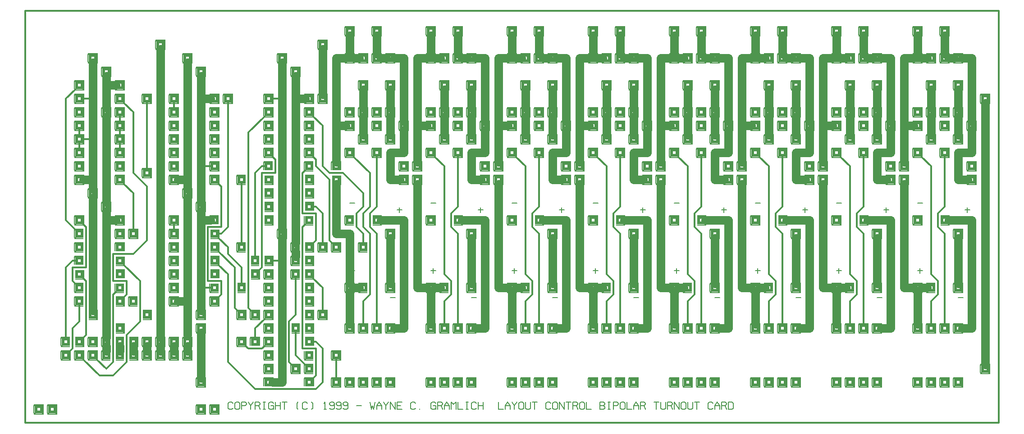
<source format=gtl>
%MOIN*%
%FSLAX23Y23*%
%ADD10C,.012*%
%ADD11C,.062*%
%ADD12C,.050X.024*%
%ADD13R,.062X.062X.024*%
%ADD14C,.016*%
%ADD15R,.008X.062*%
%ADD16R,.062X.008*%
%ADD17C,.008*%
%LPD*%
G90*X0Y0D02*D13*X100Y100D03*D14*X131Y131D03*      
Y69D03*X69Y131D03*Y69D03*D15*X135Y100D03*X65D03*  
D16*X100Y135D03*Y65D03*D13*X200Y100D03*D14*       
X231Y131D03*Y69D03*X169Y131D03*Y69D03*D15*        
X235Y100D03*X165D03*D16*X200Y135D03*Y65D03*D13*   
X500Y500D03*D14*X531Y531D03*Y469D03*X469Y531D03*  
Y469D03*D15*X535Y500D03*X465D03*D16*X500Y535D03*  
Y465D03*X531Y469D02*D10*X600Y400D01*X650Y450D01*  
Y950D01*X669Y969D01*D13*X700Y1000D03*D14*         
X669Y969D03*D15*X665Y1000D03*D16*X700Y965D03*     
X750Y950D02*D10*X731Y931D01*D13*X700Y900D03*D14*  
X731Y931D03*Y869D03*D15*X735Y900D03*D16*          
X700Y935D03*Y865D03*X750Y950D02*D10*Y1050D01*     
X650D01*Y1250D01*X800D01*X900Y1350D01*Y1750D01*   
X800Y1850D01*Y2300D01*X731Y2369D01*D13*           
X700Y2400D03*D14*X731Y2431D03*Y2369D03*           
X669Y2431D03*Y2369D03*D15*X735Y2400D03*X665D03*   
D16*X700Y2435D03*Y2365D03*X600Y2500D02*D11*       
Y2331D01*D13*Y2300D03*D14*X631Y2331D03*Y2269D03*  
X569Y2331D03*Y2269D03*D15*X635Y2300D03*X565D03*   
D16*X600Y2335D03*Y2265D03*Y2269D02*D11*Y1631D01*  
D13*Y1600D03*D14*X631Y1631D03*Y1569D03*           
X569Y1631D03*Y1569D03*D15*X635Y1600D03*X565D03*   
D16*X600Y1635D03*Y1565D03*Y1569D02*D11*Y1500D01*  
Y631D01*D13*Y600D03*D14*X569Y631D03*Y569D03*D15*  
X565Y600D03*D16*X600Y635D03*Y565D03*Y569D02*D11*  
Y531D01*D13*Y500D03*D14*X569Y531D03*Y469D03*D15*  
X565Y500D03*D16*X600Y535D03*Y465D03*D13*          
X700Y600D03*D16*Y635D03*Y565D03*Y569D02*D11*      
Y531D01*D13*Y500D03*D16*Y535D03*Y465D03*          
X750Y450D02*D10*X650Y350D01*X550D01*X431Y469D01*  
D13*X400Y500D03*D14*X431Y531D03*Y469D03*          
X369Y531D03*Y469D03*D15*X435Y500D03*X365D03*D16*  
X400Y535D03*Y465D03*X350Y550D02*D10*X331Y531D01*  
D13*X300Y500D03*D14*X331Y531D03*Y469D03*          
X269Y531D03*Y469D03*D15*X335Y500D03*X265D03*D16*  
X300Y535D03*Y465D03*X350Y550D02*D10*Y700D01*      
X400Y750D01*Y869D01*D13*Y900D03*D14*X369Y931D03*  
Y869D03*D15*X365Y900D03*D16*X400Y935D03*Y865D03*  
D13*X500Y800D03*D14*X531Y831D03*Y769D03*D15*      
X535Y800D03*D16*X500Y835D03*Y765D03*Y831D02*D11*  
Y1669D01*D13*Y1700D03*D14*X531Y1731D03*Y1669D03*  
X469Y1731D03*Y1669D03*D15*X535Y1700D03*X465D03*   
D16*X500Y1735D03*Y1665D03*Y1731D02*D11*Y1800D01*  
X431D01*D13*X400D03*D14*X431Y1831D03*Y1769D03*    
X369Y1831D03*Y1769D03*D15*X435Y1800D03*X365D03*   
D16*X400Y1835D03*Y1765D03*X500Y1800D02*D11*       
Y2100D01*D10*X431D01*D13*X400D03*D14*X431Y2131D03*
Y2069D03*X369Y2131D03*Y2069D03*D15*X435Y2100D03*  
X365D03*D16*X400Y2135D03*Y2065D03*Y2069D02*D10*   
Y2031D01*D13*Y2000D03*D14*X431Y2031D03*Y1969D03*  
X369Y2031D03*Y1969D03*D15*X435Y2000D03*X365D03*   
D16*X400Y2035D03*Y1965D03*X500Y2100D02*D11*       
Y2400D01*D10*X431D01*D13*X400D03*D14*X431Y2431D03*
Y2369D03*X369Y2431D03*Y2369D03*D15*X435Y2400D03*  
X365D03*D16*X400Y2435D03*Y2365D03*X500Y2400D02*   
D11*Y2669D01*D13*Y2700D03*D14*X531Y2731D03*       
Y2669D03*X469Y2731D03*Y2669D03*D15*X535Y2700D03*  
X465D03*D16*X500Y2735D03*Y2665D03*D13*            
X600Y2600D03*D14*X631Y2631D03*Y2569D03*           
X569Y2631D03*Y2569D03*D15*X635Y2600D03*X565D03*   
D16*X600Y2635D03*Y2565D03*Y2569D02*D11*Y2500D01*  
X669D01*D13*X700D03*D14*X731Y2531D03*Y2469D03*    
X669Y2531D03*Y2469D03*D15*X735Y2500D03*X665D03*   
D16*X700Y2535D03*Y2465D03*D13*X900Y2400D03*D14*   
X931Y2431D03*Y2369D03*X869Y2431D03*Y2369D03*D15*  
X935Y2400D03*X865D03*D16*X900Y2435D03*Y2365D03*   
Y2369D02*D10*Y1881D01*D13*Y1850D03*D14*           
X931Y1881D03*Y1819D03*X869Y1881D03*Y1819D03*D15*  
X935Y1850D03*X865D03*D16*X900Y1885D03*Y1815D03*   
X800Y1700D02*D10*Y1431D01*D13*Y1400D03*D14*       
X831Y1431D03*Y1369D03*X769Y1431D03*Y1369D03*D15*  
X835Y1400D03*X765D03*D16*X800Y1435D03*Y1365D03*   
D13*X700Y1500D03*D14*X731Y1531D03*Y1469D03*       
X669Y1531D03*Y1469D03*D15*X735Y1500D03*X665D03*   
D16*X700Y1535D03*Y1465D03*X669Y1500D02*D11*       
X600D01*D13*X700Y1400D03*D14*X731Y1431D03*        
Y1369D03*X669Y1431D03*Y1369D03*D15*X735Y1400D03*  
X665D03*D16*X700Y1435D03*Y1365D03*X450Y1450D02*   
D10*Y1150D01*X350D01*Y1050D01*X369Y1031D01*D13*   
X400Y1000D03*D14*X369Y1031D03*Y969D03*D15*        
X365Y1000D03*D16*X400Y1035D03*Y965D03*            
X450Y1050D02*D10*Y650D01*X431Y631D01*D13*         
X400Y600D03*D14*X431Y631D03*Y569D03*D15*          
X435Y600D03*D16*X400Y635D03*Y565D03*D13*          
X500Y600D03*D14*X531Y631D03*Y569D03*X469Y631D03*  
Y569D03*D15*X535Y600D03*X465D03*D16*X500Y635D03*  
Y565D03*D13*X300Y600D03*D14*X269Y631D03*Y569D03*  
D15*X265Y600D03*D16*X300Y635D03*Y565D03*Y631D02*  
D10*Y1150D01*X350Y1200D01*X369D01*D13*X400D03*D14*
X369Y1231D03*D15*X365Y1200D03*D16*X400Y1235D03*   
D13*Y1300D03*D14*X369Y1331D03*Y1269D03*D15*       
X365Y1300D03*D16*X400Y1335D03*Y1265D03*D13*       
Y1100D03*D14*X431Y1069D03*D15*X435Y1100D03*D16*   
X400Y1065D03*X431Y1069D02*D10*X450Y1050D01*D13*   
X700Y1300D03*D14*X731Y1331D03*X669D03*D15*        
X735Y1300D03*X665D03*D16*X700Y1335D03*D13*        
Y1100D03*D14*X731Y1131D03*D15*X735Y1100D03*D16*   
X700Y1135D03*D13*Y1200D03*D14*X731Y1169D03*D15*   
X735Y1200D03*D16*X700Y1165D03*X731Y1169D02*D10*   
X850Y1050D01*Y750D01*X750Y650D01*Y450D01*D13*     
X800Y500D03*D14*X831Y531D03*Y469D03*D15*          
X835Y500D03*D16*X800Y535D03*Y465D03*Y531D02*D11*  
Y569D01*D13*Y600D03*D14*X831Y631D03*Y569D03*D15*  
X835Y600D03*D16*X800Y635D03*Y565D03*D13*          
X900Y500D03*D14*X931Y531D03*Y469D03*X869Y531D03*  
Y469D03*D15*X935Y500D03*X865D03*D16*X900Y535D03*  
Y465D03*Y531D02*D11*Y569D01*D13*Y600D03*D14*      
X931Y631D03*Y569D03*X869Y631D03*Y569D03*D15*      
X935Y600D03*X865D03*D16*X900Y635D03*Y565D03*D13*  
X1000Y500D03*D14*X1031Y531D03*Y469D03*X969Y531D03*
Y469D03*D15*X1035Y500D03*X965D03*D16*X1000Y535D03*
Y465D03*Y531D02*D11*Y569D01*D13*Y600D03*D14*      
X1031Y631D03*Y569D03*X969Y631D03*Y569D03*D15*     
X1035Y600D03*X965D03*D16*X1000Y635D03*Y565D03*    
Y631D02*D11*Y2769D01*D13*Y2800D03*D14*            
X1031Y2831D03*Y2769D03*X969Y2831D03*Y2769D03*D15* 
X1035Y2800D03*X965D03*D16*X1000Y2835D03*Y2765D03* 
D13*X1200Y2700D03*D14*X1231Y2731D03*Y2669D03*     
X1169Y2731D03*Y2669D03*D15*X1235Y2700D03*X1165D03*
D16*X1200Y2735D03*Y2665D03*Y2669D02*D11*Y1800D01* 
Y1731D01*D13*Y1700D03*D14*X1231Y1731D03*Y1669D03* 
X1169Y1731D03*Y1669D03*D15*X1235Y1700D03*X1165D03*
D16*X1200Y1735D03*Y1665D03*Y1669D02*D11*Y900D01*  
Y650D01*D13*Y600D03*D14*X1231Y631D03*Y569D03*     
X1169Y631D03*Y569D03*D15*X1235Y600D03*X1165D03*   
D16*X1200Y635D03*Y565D03*Y569D02*D11*Y531D01*D13* 
Y500D03*D14*X1231Y531D03*Y469D03*X1169Y531D03*    
Y469D03*D15*X1235Y500D03*X1165D03*D16*            
X1200Y535D03*Y465D03*D13*X1100Y600D03*D14*        
X1131Y631D03*Y569D03*X1069Y631D03*Y569D03*D15*    
X1135Y600D03*X1065D03*D16*X1100Y635D03*Y565D03*   
Y569D02*D11*Y531D01*D13*Y500D03*D14*X1131Y531D03* 
Y469D03*X1069Y531D03*Y469D03*D15*X1135Y500D03*    
X1065D03*D16*X1100Y535D03*Y465D03*D13*            
X1300Y300D03*D14*X1331Y331D03*Y269D03*            
X1269Y331D03*Y269D03*D15*X1335Y300D03*X1265D03*   
D16*X1300Y335D03*Y265D03*Y331D02*D11*Y669D01*D13* 
Y700D03*D14*X1331Y731D03*Y669D03*X1269Y731D03*    
Y669D03*D15*X1335Y700D03*X1265D03*D16*            
X1300Y735D03*Y665D03*D13*Y800D03*D14*X1331Y831D03*
Y769D03*X1269Y831D03*Y769D03*D15*X1335Y800D03*    
X1265D03*D16*X1300Y835D03*Y765D03*Y831D02*D11*    
Y1000D01*Y1500D01*X1369D01*D13*X1400D03*D14*      
X1369Y1531D03*D15*X1365Y1500D03*D16*X1400Y1535D03*
X1450Y1450D02*D10*X1350D01*Y1050D01*X1450D01*     
Y950D01*X1431Y931D01*D13*X1400Y900D03*D14*        
X1431Y931D03*Y869D03*X1369Y931D03*Y869D03*D15*    
X1435Y900D03*X1365D03*D16*X1400Y935D03*Y865D03*   
X1300Y1000D02*D10*X1369D01*D13*X1400D03*D14*      
X1369Y969D03*D15*X1365Y1000D03*D16*X1400Y965D03*  
X1500Y1100D02*D10*Y450D01*X1700Y250D01*X2150D01*  
X2200Y300D01*Y550D01*X2150Y600D01*X2131D01*D13*   
X2100D03*D14*X2131Y631D03*D15*X2135Y600D03*D16*   
X2100Y635D03*X2150Y550D02*D10*Y350D01*            
X2131Y331D01*D13*X2100Y300D03*D14*X2131Y331D03*   
X2069D03*D15*X2135Y300D03*X2065D03*D16*           
X2100Y335D03*D13*X2000Y400D03*D14*X2031Y431D03*   
Y369D03*X1969Y431D03*Y369D03*D15*X2035Y400D03*    
X1965D03*D16*X2000Y435D03*Y365D03*X1969Y431D02*   
D10*X1950Y450D01*Y750D01*X2000Y800D01*Y1069D01*   
D13*Y1100D03*D14*X1969Y1131D03*Y1069D03*D15*      
X1965Y1100D03*D16*X2000Y1135D03*Y1065D03*D13*     
X2100Y1000D03*D14*X2131Y1031D03*Y969D03*D15*      
X2135Y1000D03*D16*X2100Y1035D03*Y965D03*D13*      
Y1200D03*D14*X2131Y1231D03*Y1169D03*D15*          
X2135Y1200D03*D16*X2100Y1235D03*Y1165D03*         
X1900Y1200D02*D11*Y300D01*X1831D01*D13*X1800D03*  
D14*X1831Y331D03*X1769D03*D15*X1835Y300D03*       
X1765D03*D16*X1800Y335D03*D13*Y400D03*D14*        
X1831Y431D03*Y369D03*X1769Y431D03*Y369D03*D15*    
X1835Y400D03*X1765D03*D16*X1800Y435D03*Y365D03*   
X2000Y500D02*D10*X2069Y431D01*D13*X2100Y400D03*   
D14*X2069Y431D03*Y369D03*D15*X2065Y400D03*D16*    
X2100Y435D03*Y365D03*X2000Y500D02*D10*Y669D01*D13*
Y700D03*D16*Y735D03*Y665D03*D13*X2100Y800D03*D14* 
X2131Y831D03*Y769D03*D15*X2135Y800D03*D16*        
X2100Y835D03*Y765D03*D13*Y700D03*D14*X2131Y731D03*
Y669D03*D15*X2135Y700D03*D16*X2100Y735D03*Y665D03*
X2150Y550D02*D10*X2050D01*Y1450D01*X2069Y1469D01* 
D13*X2100Y1500D03*D14*X2069Y1469D03*D15*          
X2065Y1500D03*D16*X2100Y1465D03*X2150Y1550D02*D10*
Y1350D01*X2131Y1331D01*D13*X2100Y1300D03*D14*     
X2131Y1331D03*Y1269D03*D15*X2135Y1300D03*D16*     
X2100Y1335D03*Y1265D03*D13*X2000Y1200D03*D14*     
X1969Y1231D03*Y1169D03*D15*X1965Y1200D03*D16*     
X2000Y1235D03*Y1165D03*Y1231D02*D11*Y1269D01*D13* 
Y1300D03*D14*X1969Y1331D03*Y1269D03*D15*          
X1965Y1300D03*D16*X2000Y1335D03*Y1265D03*Y1331D02*
D11*Y2400D01*X2069D01*D13*X2100D03*D14*           
X2131Y2431D03*Y2369D03*X2069Y2431D03*Y2369D03*D15*
X2135Y2400D03*X2065D03*D16*X2100Y2435D03*Y2365D03*
D13*X2200Y2400D03*D14*X2231Y2431D03*Y2369D03*     
X2169Y2431D03*Y2369D03*D15*X2235Y2400D03*X2165D03*
D16*X2200Y2435D03*Y2365D03*Y2431D02*D11*Y2769D01* 
D13*Y2800D03*D14*X2231Y2831D03*Y2769D03*          
X2169Y2831D03*Y2769D03*D15*X2235Y2800D03*X2165D03*
D16*X2200Y2835D03*Y2765D03*X2300Y2700D02*D11*     
Y2200D01*Y1931D01*D13*Y1900D03*D14*X2331Y1931D03* 
X2269D03*D15*X2335Y1900D03*X2265D03*D16*          
X2300Y1935D03*X2350Y1850D02*D10*X2500Y1700D01*    
Y1600D01*X2450Y1550D01*Y1450D01*X2500Y1400D01*    
Y1331D01*D13*Y1300D03*D14*X2469Y1331D03*Y1269D03* 
D15*X2465Y1300D03*D16*X2500Y1335D03*Y1265D03*     
X2600Y1400D02*D10*Y731D01*D13*Y700D03*D14*        
X2631Y731D03*Y669D03*X2569Y731D03*Y669D03*D15*    
X2635Y700D03*X2565D03*D16*X2600Y735D03*Y665D03*   
D13*X2700Y700D03*D14*X2731Y731D03*Y669D03*        
X2669Y731D03*Y669D03*D15*X2735Y700D03*X2665D03*   
D16*X2700Y735D03*Y665D03*X2731Y700D02*D11*        
X2800D01*Y1500D01*X2631D01*D13*X2600D03*D14*      
X2631Y1531D03*Y1469D03*D15*X2635Y1500D03*D16*     
X2600Y1535D03*Y1465D03*X2550Y1550D02*D10*Y1450D01*
X2600Y1400D01*X2550D02*Y950D01*X2500Y900D01*      
Y731D01*D13*Y700D03*D14*X2531Y731D03*Y669D03*     
X2469Y731D03*Y669D03*D15*X2535Y700D03*X2465D03*   
D16*X2500Y735D03*Y665D03*D13*X2400Y700D03*D14*    
X2431Y731D03*Y669D03*X2369Y731D03*Y669D03*D15*    
X2435Y700D03*X2365D03*D16*X2400Y735D03*Y665D03*   
Y731D02*D11*Y969D01*D13*Y1000D03*D14*             
X2431Y1031D03*Y969D03*X2369Y1031D03*Y969D03*D15*  
X2435Y1000D03*X2365D03*D16*X2400Y1035D03*Y965D03* 
X2431Y1000D02*D11*X2469D01*D13*X2500D03*D14*      
X2469Y1031D03*Y969D03*D15*X2465Y1000D03*D16*      
X2500Y1035D03*Y965D03*X2400Y1127D02*D17*X2436D01* 
X2418Y1145D02*Y1109D01*X2400Y1031D02*D11*Y1400D01*
X2300D01*Y1769D01*D13*Y1800D03*D14*X2331Y1769D03* 
D15*X2335Y1800D03*D16*X2300Y1765D03*X2350Y1850D02*
D10*X2250D01*X2200Y1900D01*Y2200D01*X2131Y2269D01*
D13*X2100Y2300D03*D14*X2131Y2331D03*Y2269D03*     
X2069Y2331D03*Y2269D03*D15*X2135Y2300D03*X2065D03*
D16*X2100Y2335D03*Y2265D03*X2000Y2400D02*D11*     
Y2569D01*D13*Y2600D03*D14*X2031Y2631D03*Y2569D03* 
X1969Y2631D03*Y2569D03*D15*X2035Y2600D03*X1965D03*
D16*X2000Y2635D03*Y2565D03*D13*X1900Y2700D03*D14* 
X1931Y2731D03*Y2669D03*X1869Y2731D03*Y2669D03*D15*
X1935Y2700D03*X1865D03*D16*X1900Y2735D03*Y2665D03*
Y2669D02*D11*Y2400D01*Y1431D01*D13*Y1400D03*D14*  
X1931Y1431D03*Y1369D03*X1869Y1431D03*Y1369D03*D15*
X1935Y1400D03*X1865D03*D16*X1900Y1435D03*Y1365D03*
Y1369D02*D11*Y1200D01*D10*X1831D01*D13*X1800D03*  
D14*X1831Y1231D03*Y1169D03*D15*X1835Y1200D03*D16* 
X1800Y1235D03*Y1165D03*X1750Y1150D02*D10*         
X1731Y1131D01*D13*X1700Y1100D03*D14*X1731Y1131D03*
Y1069D03*D15*X1735Y1100D03*D16*X1700Y1135D03*     
Y1065D03*X1750Y1150D02*D10*Y1850D01*X1850D01*     
Y1950D01*X1831Y1969D01*D13*X1800Y2000D03*D14*     
X1831Y2031D03*Y1969D03*X1769Y2031D03*Y1969D03*D15*
X1835Y2000D03*X1765D03*D16*X1800Y2035D03*Y1965D03*
X1750Y1900D02*D10*X1700Y1850D01*Y1231D01*D13*     
Y1200D03*D16*Y1235D03*Y1165D03*D13*X1800Y1100D03* 
D14*X1831Y1131D03*Y1069D03*X1769Y1131D03*Y1069D03*
D15*X1835Y1100D03*X1765D03*D16*X1800Y1135D03*     
Y1065D03*D13*X1600Y1300D03*D14*X1569Y1331D03*     
Y1269D03*D15*X1565Y1300D03*D16*X1600Y1335D03*     
Y1265D03*Y1331D02*D10*Y1769D01*D13*Y1800D03*D14*  
X1569Y1831D03*Y1769D03*D15*X1565Y1800D03*D16*     
X1600Y1835D03*Y1765D03*X1450Y1750D02*D10*Y1450D01*
D13*X1400Y1400D03*D14*X1431Y1369D03*D15*          
X1435Y1400D03*D16*X1400Y1365D03*X1431Y1369D02*D10*
X1500Y1300D01*Y1250D01*X1600Y1150D01*Y1031D01*D13*
Y1000D03*D16*Y1035D03*Y965D03*X1500Y1100D02*D10*  
X1431Y1169D01*D13*X1400Y1200D03*D14*X1431Y1231D03*
Y1169D03*D15*X1435Y1200D03*D16*X1400Y1235D03*     
Y1165D03*D13*Y1300D03*D14*X1431Y1331D03*Y1269D03* 
D15*X1435Y1300D03*D16*X1400Y1335D03*Y1265D03*     
X1431Y1269D02*D10*X1550Y1150D01*Y850D01*          
X1569Y831D01*D13*X1600Y800D03*D14*X1631Y831D03*   
Y769D03*X1569Y831D03*Y769D03*D15*X1635Y800D03*    
X1565D03*D16*X1600Y835D03*Y765D03*X1650Y850D02*   
D10*X1669Y831D01*D13*X1700Y800D03*D14*            
X1731Y831D03*Y769D03*X1669Y831D03*Y769D03*D15*    
X1735Y800D03*X1665D03*D16*X1700Y835D03*Y765D03*   
X1650Y850D02*D10*Y2150D01*X1769Y2269D01*D13*      
X1800Y2300D03*D14*X1831Y2331D03*Y2269D03*         
X1769Y2331D03*Y2269D03*D15*X1835Y2300D03*X1765D03*
D16*X1800Y2335D03*Y2265D03*X1900Y2400D02*D10*     
X1831D01*D13*X1800D03*D14*X1831Y2431D03*Y2369D03* 
X1769Y2431D03*Y2369D03*D15*X1835Y2400D03*X1765D03*
D16*X1800Y2435D03*Y2365D03*D13*Y2200D03*D14*      
X1831Y2231D03*Y2169D03*X1769Y2231D03*Y2169D03*D15*
X1835Y2200D03*X1765D03*D16*X1800Y2235D03*Y2165D03*
D13*X2100Y2100D03*D14*X2131Y2131D03*Y2069D03*     
X2069Y2131D03*Y2069D03*D15*X2135Y2100D03*X2065D03*
D16*X2100Y2135D03*Y2065D03*D13*Y2200D03*D14*      
X2131Y2231D03*Y2169D03*X2069Y2231D03*Y2169D03*D15*
X2135Y2200D03*X2065D03*D16*X2100Y2235D03*Y2165D03*
D13*X1500Y2400D03*D14*X1531Y2431D03*Y2369D03*     
X1469Y2431D03*Y2369D03*D15*X1535Y2400D03*X1465D03*
D16*X1500Y2435D03*Y2365D03*Y2369D02*D10*Y1450D01* 
X1450Y1400D01*X1431D01*X1300Y1500D02*D11*Y1569D01*
D13*Y1600D03*D14*X1331Y1631D03*Y1569D03*          
X1269Y1631D03*Y1569D03*D15*X1335Y1600D03*X1265D03*
D16*X1300Y1635D03*Y1565D03*Y1631D02*D11*Y1900D01* 
Y2400D01*X1369D01*D13*X1400D03*D14*X1431Y2431D03* 
Y2369D03*X1369Y2431D03*Y2369D03*D15*X1435Y2400D03*
X1365D03*D16*X1400Y2435D03*Y2365D03*X1300Y2400D02*
D11*Y2569D01*D13*Y2600D03*D14*X1331Y2631D03*      
Y2569D03*X1269Y2631D03*Y2569D03*D15*X1335Y2600D03*
X1265D03*D16*X1300Y2635D03*Y2565D03*D13*          
X1100Y2400D03*D14*X1131Y2431D03*Y2369D03*         
X1069Y2431D03*Y2369D03*D15*X1135Y2400D03*X1065D03*
D16*X1100Y2435D03*Y2365D03*Y2369D02*D10*Y2331D01* 
D13*Y2300D03*D14*X1131Y2331D03*Y2269D03*          
X1069Y2331D03*Y2269D03*D15*X1135Y2300D03*X1065D03*
D16*X1100Y2335D03*Y2265D03*D13*Y2200D03*D14*      
X1131Y2231D03*Y2169D03*X1069Y2231D03*Y2169D03*D15*
X1135Y2200D03*X1065D03*D16*X1100Y2235D03*Y2165D03*
D13*Y2100D03*D14*X1131Y2131D03*Y2069D03*          
X1069Y2131D03*Y2069D03*D15*X1135Y2100D03*X1065D03*
D16*X1100Y2135D03*Y2065D03*D13*X1400Y2000D03*D14* 
X1431Y2031D03*Y1969D03*X1369Y2031D03*Y1969D03*D15*
X1435Y2000D03*X1365D03*D16*X1400Y2035D03*Y1965D03*
D13*Y2100D03*D14*X1431Y2131D03*Y2069D03*          
X1369Y2131D03*Y2069D03*D15*X1435Y2100D03*X1365D03*
D16*X1400Y2135D03*Y2065D03*D13*Y2200D03*D14*      
X1431Y2231D03*Y2169D03*X1369Y2231D03*Y2169D03*D15*
X1435Y2200D03*X1365D03*D16*X1400Y2235D03*Y2165D03*
D13*Y2300D03*D14*X1431Y2331D03*Y2269D03*          
X1369Y2331D03*Y2269D03*D15*X1435Y2300D03*X1365D03*
D16*X1400Y2335D03*Y2265D03*D13*X1100Y2000D03*D14* 
X1131Y2031D03*Y1969D03*X1069Y2031D03*Y1969D03*D15*
X1135Y2000D03*X1065D03*D16*X1100Y2035D03*Y1965D03*
D13*X700Y1900D03*D14*X731Y1931D03*Y1869D03*       
X669Y1931D03*Y1869D03*D15*X735Y1900D03*X665D03*   
D16*X700Y1935D03*Y1865D03*D13*Y2300D03*D14*       
X731Y2331D03*Y2269D03*X669Y2331D03*Y2269D03*D15*  
X735Y2300D03*X665D03*D16*X700Y2335D03*Y2265D03*   
Y2269D02*D10*Y2231D01*D13*Y2200D03*D14*           
X731Y2231D03*Y2169D03*X669Y2231D03*Y2169D03*D15*  
X735Y2200D03*X665D03*D16*X700Y2235D03*Y2165D03*   
Y2169D02*D10*Y2131D01*D13*Y2100D03*D14*           
X731Y2131D03*Y2069D03*X669Y2131D03*Y2069D03*D15*  
X735Y2100D03*X665D03*D16*X700Y2135D03*Y2065D03*   
Y2069D02*D10*Y2031D01*D13*Y2000D03*D14*           
X731Y2031D03*Y1969D03*X669Y2031D03*Y1969D03*D15*  
X735Y2000D03*X665D03*D16*X700Y2035D03*Y1965D03*   
D13*Y1800D03*D14*X731Y1831D03*Y1769D03*           
X669Y1831D03*Y1769D03*D15*X735Y1800D03*X665D03*   
D16*X700Y1835D03*Y1765D03*X731Y1769D02*D10*       
X800Y1700D01*D13*X1100Y1400D03*D14*X1131Y1431D03* 
Y1369D03*X1069Y1431D03*Y1369D03*D15*X1135Y1400D03*
X1065D03*D16*X1100Y1435D03*Y1365D03*Y1431D02*D10* 
Y1469D01*D13*Y1500D03*D14*X1131Y1531D03*Y1469D03* 
X1069Y1531D03*Y1469D03*D15*X1135Y1500D03*X1065D03*
D16*X1100Y1535D03*Y1465D03*D13*Y1300D03*D14*      
X1131Y1331D03*Y1269D03*X1069Y1331D03*Y1269D03*D15*
X1135Y1300D03*X1065D03*D16*X1100Y1335D03*Y1265D03*
D13*X1400Y1800D03*D14*X1431Y1831D03*Y1769D03*     
X1369Y1831D03*Y1769D03*D15*X1435Y1800D03*X1365D03*
D16*X1400Y1835D03*Y1765D03*X1431Y1769D02*D10*     
X1450Y1750D01*X1300Y1900D02*X1369D01*D13*X1400D03*
D14*X1431Y1931D03*Y1869D03*X1369Y1931D03*Y1869D03*
D15*X1435Y1900D03*X1365D03*D16*X1400Y1935D03*     
Y1865D03*X1200Y1800D02*D11*X1131D01*D13*X1100D03* 
D14*X1131Y1831D03*Y1769D03*X1069Y1831D03*Y1769D03*
D15*X1135Y1800D03*X1065D03*D16*X1100Y1835D03*     
Y1765D03*D13*Y1900D03*D14*X1131Y1931D03*Y1869D03* 
X1069Y1931D03*Y1869D03*D15*X1135Y1900D03*X1065D03*
D16*X1100Y1935D03*Y1865D03*D13*Y1200D03*D14*      
X1131Y1231D03*Y1169D03*X1069Y1231D03*Y1169D03*D15*
X1135Y1200D03*X1065D03*D16*X1100Y1235D03*Y1165D03*
X1750Y1900D02*D10*X1769D01*D13*X1800D03*D14*      
X1769Y1931D03*D15*X1765Y1900D03*D16*X1800Y1935D03*
D13*Y1800D03*D14*X1831Y1769D03*D15*X1835Y1800D03* 
D16*X1800Y1765D03*D13*Y2100D03*D14*X1831Y2131D03* 
Y2069D03*X1769Y2131D03*Y2069D03*D15*X1835Y2100D03*
X1765D03*D16*X1800Y2135D03*Y2065D03*D13*Y1700D03* 
D14*X1831Y1731D03*Y1669D03*D15*X1835Y1700D03*D16* 
X1800Y1735D03*Y1665D03*X2050Y1850D02*D10*Y1550D01*
X2150D01*D13*X2100Y1600D03*D14*X2131Y1631D03*D15* 
X2135Y1600D03*D16*X2100Y1635D03*X2131Y1600D02*D10*
X2150D01*X2200Y1550D01*Y1331D01*D13*Y1300D03*D14* 
X2231Y1331D03*Y1269D03*X2169Y1331D03*Y1269D03*D15*
X2235Y1300D03*X2165D03*D16*X2200Y1335D03*Y1265D03*
X2250Y1350D02*D10*X2269Y1331D01*D13*X2300Y1300D03*
D14*X2331Y1331D03*Y1269D03*X2269Y1331D03*Y1269D03*
D15*X2335Y1300D03*X2265D03*D16*X2300Y1335D03*     
Y1265D03*X2250Y1350D02*D10*Y1800D01*X2150Y1900D01*
Y1950D01*X2131Y1969D01*D13*X2100Y2000D03*D14*     
X2131Y2031D03*Y1969D03*X2069Y2031D03*Y1969D03*D15*
X2135Y2000D03*X2065D03*D16*X2100Y2035D03*Y1965D03*
D13*Y1900D03*D14*X2069Y1931D03*Y1869D03*D15*      
X2065Y1900D03*D16*X2100Y1935D03*Y1865D03*         
X2069Y1869D02*D10*X2050Y1850D01*D13*X2100Y1800D03*
D14*X2131Y1831D03*Y1769D03*D15*X2135Y1800D03*D16* 
X2100Y1835D03*Y1765D03*D13*Y1700D03*D14*          
X2131Y1731D03*Y1669D03*D15*X2135Y1700D03*D16*     
X2100Y1735D03*Y1665D03*D13*X1800Y1600D03*D14*     
X1831Y1631D03*Y1569D03*D15*X1835Y1600D03*D16*     
X1800Y1635D03*Y1565D03*D13*X2400Y1500D03*D14*     
X2369Y1531D03*Y1469D03*D15*X2365Y1500D03*D16*     
X2400Y1535D03*Y1465D03*D13*Y2200D03*D14*          
X2431Y2231D03*Y2169D03*X2369Y2231D03*Y2169D03*D15*
X2435Y2200D03*X2365D03*D16*X2400Y2235D03*Y2165D03*
X2369Y2200D02*D11*X2300D01*D13*X2400Y2300D03*D14* 
X2431Y2331D03*Y2269D03*X2369Y2331D03*Y2269D03*D15*
X2435Y2300D03*X2365D03*D16*X2400Y2335D03*Y2265D03*
D13*X2500Y2100D03*D14*X2531Y2131D03*Y2069D03*     
X2469Y2131D03*Y2069D03*D15*X2535Y2100D03*X2465D03*
D16*X2500Y2135D03*Y2065D03*Y2131D02*D11*Y2269D01* 
D13*Y2300D03*D14*X2531Y2331D03*Y2269D03*          
X2469Y2331D03*Y2269D03*D15*X2535Y2300D03*X2465D03*
D16*X2500Y2335D03*Y2265D03*Y2331D02*D11*Y2469D01* 
D13*Y2500D03*D14*X2531Y2531D03*Y2469D03*          
X2469Y2531D03*Y2469D03*D15*X2535Y2500D03*X2465D03*
D16*X2500Y2535D03*Y2465D03*D13*X2700Y2300D03*D14* 
X2731Y2331D03*Y2269D03*X2669Y2331D03*Y2269D03*D15*
X2735Y2300D03*X2665D03*D16*X2700Y2335D03*Y2265D03*
Y2269D02*D11*Y2131D01*D13*Y2100D03*D14*           
X2731Y2131D03*Y2069D03*X2669Y2131D03*Y2069D03*D15*
X2735Y2100D03*X2665D03*D16*X2700Y2135D03*Y2065D03*
X2800Y2000D02*D11*X2700D01*Y1800D01*X2769D01*D13* 
X2800D03*D14*X2831Y1831D03*Y1769D03*X2769Y1831D03*
Y1769D03*D15*X2835Y1800D03*X2765D03*D16*          
X2800Y1835D03*Y1765D03*D13*X2900Y1900D03*D14*     
X2931Y1931D03*Y1869D03*X2869Y1931D03*Y1869D03*D15*
X2935Y1900D03*X2865D03*D16*X2900Y1935D03*Y1865D03*
Y1931D02*D11*Y2200D01*X2969D01*D13*X3000D03*D14*  
X3031Y2231D03*Y2169D03*X2969Y2231D03*Y2169D03*D15*
X3035Y2200D03*X2965D03*D16*X3000Y2235D03*Y2165D03*
D13*X3100Y2100D03*D14*X3131Y2131D03*Y2069D03*     
X3069Y2131D03*Y2069D03*D15*X3135Y2100D03*X3065D03*
D16*X3100Y2135D03*Y2065D03*Y2131D02*D11*Y2269D01* 
D13*Y2300D03*D14*X3131Y2331D03*Y2269D03*          
X3069Y2331D03*Y2269D03*D15*X3135Y2300D03*X3065D03*
D16*X3100Y2335D03*Y2265D03*Y2331D02*D11*Y2469D01* 
D13*Y2500D03*D14*X3131Y2531D03*Y2469D03*          
X3069Y2531D03*Y2469D03*D15*X3135Y2500D03*X3065D03*
D16*X3100Y2535D03*Y2465D03*D13*X3300Y2300D03*D14* 
X3331Y2331D03*Y2269D03*X3269Y2331D03*Y2269D03*D15*
X3335Y2300D03*X3265D03*D16*X3300Y2335D03*Y2265D03*
Y2269D02*D11*Y2131D01*D13*Y2100D03*D14*           
X3331Y2131D03*Y2069D03*X3269Y2131D03*Y2069D03*D15*
X3335Y2100D03*X3265D03*D16*X3300Y2135D03*Y2065D03*
X3400Y2000D02*D11*X3300D01*Y1800D01*X3369D01*D13* 
X3400D03*D14*X3431Y1831D03*Y1769D03*X3369Y1831D03*
Y1769D03*D15*X3435Y1800D03*X3365D03*D16*          
X3400Y1835D03*Y1765D03*D13*X3500Y1900D03*D14*     
X3531Y1931D03*Y1869D03*X3469Y1931D03*Y1869D03*D15*
X3535Y1900D03*X3465D03*D16*X3500Y1935D03*Y1865D03*
Y1931D02*D11*Y2200D01*X3569D01*D13*X3600D03*D14*  
X3631Y2231D03*Y2169D03*X3569Y2231D03*Y2169D03*D15*
X3635Y2200D03*X3565D03*D16*X3600Y2235D03*Y2165D03*
D13*X3700Y2100D03*D14*X3731Y2131D03*Y2069D03*     
X3669Y2131D03*Y2069D03*D15*X3735Y2100D03*X3665D03*
D16*X3700Y2135D03*Y2065D03*Y2131D02*D11*Y2269D01* 
D13*Y2300D03*D14*X3731Y2331D03*Y2269D03*          
X3669Y2331D03*Y2269D03*D15*X3735Y2300D03*X3665D03*
D16*X3700Y2335D03*Y2265D03*Y2331D02*D11*Y2469D01* 
D13*Y2500D03*D14*X3731Y2531D03*Y2469D03*          
X3669Y2531D03*Y2469D03*D15*X3735Y2500D03*X3665D03*
D16*X3700Y2535D03*Y2465D03*D13*X3900Y2300D03*D14* 
X3931Y2331D03*Y2269D03*X3869Y2331D03*Y2269D03*D15*
X3935Y2300D03*X3865D03*D16*X3900Y2335D03*Y2265D03*
Y2269D02*D11*Y2131D01*D13*Y2100D03*D14*           
X3931Y2131D03*Y2069D03*X3869Y2131D03*Y2069D03*D15*
X3935Y2100D03*X3865D03*D16*X3900Y2135D03*Y2065D03*
X4000Y2000D02*D11*X3900D01*Y1800D01*X3969D01*D13* 
X4000D03*D14*X4031Y1831D03*Y1769D03*X3969Y1831D03*
Y1769D03*D15*X4035Y1800D03*X3965D03*D16*          
X4000Y1835D03*Y1765D03*D13*X4100Y1900D03*D14*     
X4131Y1931D03*Y1869D03*X4069Y1931D03*Y1869D03*D15*
X4135Y1900D03*X4065D03*D16*X4100Y1935D03*Y1865D03*
Y1931D02*D11*Y2200D01*X4169D01*D13*X4200D03*D14*  
X4231Y2231D03*Y2169D03*X4169Y2231D03*Y2169D03*D15*
X4235Y2200D03*X4165D03*D16*X4200Y2235D03*Y2165D03*
D13*X4300Y2100D03*D14*X4331Y2131D03*Y2069D03*     
X4269Y2131D03*Y2069D03*D15*X4335Y2100D03*X4265D03*
D16*X4300Y2135D03*Y2065D03*Y2131D02*D11*Y2269D01* 
D13*Y2300D03*D14*X4331Y2331D03*Y2269D03*          
X4269Y2331D03*Y2269D03*D15*X4335Y2300D03*X4265D03*
D16*X4300Y2335D03*Y2265D03*Y2331D02*D11*Y2469D01* 
D13*Y2500D03*D14*X4331Y2531D03*Y2469D03*          
X4269Y2531D03*Y2469D03*D15*X4335Y2500D03*X4265D03*
D16*X4300Y2535D03*Y2465D03*D13*X4500Y2300D03*D14* 
X4531Y2331D03*Y2269D03*X4469Y2331D03*Y2269D03*D15*
X4535Y2300D03*X4465D03*D16*X4500Y2335D03*Y2265D03*
Y2269D02*D11*Y2131D01*D13*Y2100D03*D14*           
X4531Y2131D03*Y2069D03*X4469Y2131D03*Y2069D03*D15*
X4535Y2100D03*X4465D03*D16*X4500Y2135D03*Y2065D03*
X4600Y2000D02*D11*X4500D01*Y1800D01*X4569D01*D13* 
X4600D03*D14*X4631Y1831D03*Y1769D03*X4569Y1831D03*
Y1769D03*D15*X4635Y1800D03*X4565D03*D16*          
X4600Y1835D03*Y1765D03*D13*X4700Y1900D03*D14*     
X4731Y1931D03*Y1869D03*X4669Y1931D03*Y1869D03*D15*
X4735Y1900D03*X4665D03*D16*X4700Y1935D03*Y1865D03*
Y1931D02*D11*Y2200D01*X4769D01*D13*X4800D03*D14*  
X4831Y2231D03*Y2169D03*X4769Y2231D03*Y2169D03*D15*
X4835Y2200D03*X4765D03*D16*X4800Y2235D03*Y2165D03*
D13*X4900Y2100D03*D14*X4931Y2131D03*Y2069D03*     
X4869Y2131D03*Y2069D03*D15*X4935Y2100D03*X4865D03*
D16*X4900Y2135D03*Y2065D03*Y2131D02*D11*Y2269D01* 
D13*Y2300D03*D14*X4931Y2331D03*Y2269D03*          
X4869Y2331D03*Y2269D03*D15*X4935Y2300D03*X4865D03*
D16*X4900Y2335D03*Y2265D03*Y2331D02*D11*Y2469D01* 
D13*Y2500D03*D14*X4931Y2531D03*Y2469D03*          
X4869Y2531D03*Y2469D03*D15*X4935Y2500D03*X4865D03*
D16*X4900Y2535D03*Y2465D03*D13*X5100Y2300D03*D14* 
X5131Y2331D03*Y2269D03*X5069Y2331D03*Y2269D03*D15*
X5135Y2300D03*X5065D03*D16*X5100Y2335D03*Y2265D03*
Y2269D02*D11*Y2131D01*D13*Y2100D03*D14*           
X5131Y2131D03*Y2069D03*X5069Y2131D03*Y2069D03*D15*
X5135Y2100D03*X5065D03*D16*X5100Y2135D03*Y2065D03*
X5200Y2000D02*D11*X5100D01*Y1800D01*X5169D01*D13* 
X5200D03*D14*X5231Y1831D03*Y1769D03*X5169Y1831D03*
Y1769D03*D15*X5235Y1800D03*X5165D03*D16*          
X5200Y1835D03*Y1765D03*D13*X5300Y1900D03*D14*     
X5331Y1931D03*Y1869D03*X5269Y1931D03*Y1869D03*D15*
X5335Y1900D03*X5265D03*D16*X5300Y1935D03*Y1865D03*
Y1931D02*D11*Y2200D01*X5369D01*D13*X5400D03*D14*  
X5431Y2231D03*Y2169D03*X5369Y2231D03*Y2169D03*D15*
X5435Y2200D03*X5365D03*D16*X5400Y2235D03*Y2165D03*
D13*X5500Y2100D03*D14*X5531Y2131D03*Y2069D03*     
X5469Y2131D03*Y2069D03*D15*X5535Y2100D03*X5465D03*
D16*X5500Y2135D03*Y2065D03*Y2131D02*D11*Y2269D01* 
D13*Y2300D03*D14*X5531Y2331D03*Y2269D03*          
X5469Y2331D03*Y2269D03*D15*X5535Y2300D03*X5465D03*
D16*X5500Y2335D03*Y2265D03*Y2331D02*D11*Y2469D01* 
D13*Y2500D03*D14*X5531Y2531D03*Y2469D03*          
X5469Y2531D03*Y2469D03*D15*X5535Y2500D03*X5465D03*
D16*X5500Y2535D03*Y2465D03*D13*X5700Y2300D03*D14* 
X5731Y2331D03*Y2269D03*X5669Y2331D03*Y2269D03*D15*
X5735Y2300D03*X5665D03*D16*X5700Y2335D03*Y2265D03*
Y2269D02*D11*Y2131D01*D13*Y2100D03*D14*           
X5731Y2131D03*Y2069D03*X5669Y2131D03*Y2069D03*D15*
X5735Y2100D03*X5665D03*D16*X5700Y2135D03*Y2065D03*
X5800Y2000D02*D11*X5700D01*Y1800D01*X5769D01*D13* 
X5800D03*D14*X5831Y1831D03*Y1769D03*X5769Y1831D03*
Y1769D03*D15*X5835Y1800D03*X5765D03*D16*          
X5800Y1835D03*Y1765D03*D13*X5900Y1900D03*D14*     
X5931Y1931D03*Y1869D03*X5869Y1931D03*Y1869D03*D15*
X5935Y1900D03*X5865D03*D16*X5900Y1935D03*Y1865D03*
Y1931D02*D11*Y2200D01*X5969D01*D13*X6000D03*D14*  
X6031Y2231D03*Y2169D03*X5969Y2231D03*Y2169D03*D15*
X6035Y2200D03*X5965D03*D16*X6000Y2235D03*Y2165D03*
D13*X6100Y2100D03*D14*X6131Y2131D03*Y2069D03*     
X6069Y2131D03*Y2069D03*D15*X6135Y2100D03*X6065D03*
D16*X6100Y2135D03*Y2065D03*Y2131D02*D11*Y2269D01* 
D13*Y2300D03*D14*X6131Y2331D03*Y2269D03*          
X6069Y2331D03*Y2269D03*D15*X6135Y2300D03*X6065D03*
D16*X6100Y2335D03*Y2265D03*Y2331D02*D11*Y2469D01* 
D13*Y2500D03*D14*X6131Y2531D03*Y2469D03*          
X6069Y2531D03*Y2469D03*D15*X6135Y2500D03*X6065D03*
D16*X6100Y2535D03*Y2465D03*D13*X6300Y2300D03*D14* 
X6331Y2331D03*Y2269D03*X6269Y2331D03*Y2269D03*D15*
X6335Y2300D03*X6265D03*D16*X6300Y2335D03*Y2265D03*
Y2269D02*D11*Y2131D01*D13*Y2100D03*D14*           
X6331Y2131D03*Y2069D03*X6269Y2131D03*Y2069D03*D15*
X6335Y2100D03*X6265D03*D16*X6300Y2135D03*Y2065D03*
X6400Y2000D02*D11*X6300D01*Y1800D01*X6369D01*D13* 
X6400D03*D14*X6431Y1831D03*Y1769D03*X6369Y1831D03*
Y1769D03*D15*X6435Y1800D03*X6365D03*D16*          
X6400Y1835D03*Y1765D03*D13*X6500Y1900D03*D14*     
X6531Y1931D03*Y1869D03*X6469Y1931D03*Y1869D03*D15*
X6535Y1900D03*X6465D03*D16*X6500Y1935D03*Y1865D03*
Y1931D02*D11*Y2200D01*X6569D01*D13*X6600D03*D14*  
X6631Y2231D03*Y2169D03*X6569Y2231D03*Y2169D03*D15*
X6635Y2200D03*X6565D03*D16*X6600Y2235D03*Y2165D03*
D13*X6700Y2100D03*D14*X6731Y2131D03*Y2069D03*     
X6669Y2131D03*Y2069D03*D15*X6735Y2100D03*X6665D03*
D16*X6700Y2135D03*Y2065D03*Y2131D02*D11*Y2269D01* 
D13*Y2300D03*D14*X6731Y2331D03*Y2269D03*          
X6669Y2331D03*Y2269D03*D15*X6735Y2300D03*X6665D03*
D16*X6700Y2335D03*Y2265D03*Y2331D02*D11*Y2469D01* 
D13*Y2500D03*D14*X6731Y2531D03*Y2469D03*          
X6669Y2531D03*Y2469D03*D15*X6735Y2500D03*X6665D03*
D16*X6700Y2535D03*Y2465D03*D13*X6900Y2300D03*D14* 
X6931Y2331D03*Y2269D03*X6869Y2331D03*Y2269D03*D15*
X6935Y2300D03*X6865D03*D16*X6900Y2335D03*Y2265D03*
Y2269D02*D11*Y2131D01*D13*Y2100D03*D14*           
X6931Y2131D03*Y2069D03*X6869Y2131D03*Y2069D03*D15*
X6935Y2100D03*X6865D03*D16*X6900Y2135D03*Y2065D03*
X7000Y2000D02*D11*X6900D01*Y1800D01*X6969D01*D13* 
X7000D03*D14*X7031Y1831D03*Y1769D03*X6969Y1831D03*
Y1769D03*D15*X7035Y1800D03*X6965D03*D16*          
X7000Y1835D03*Y1765D03*D13*Y1900D03*D14*          
X7031Y1931D03*Y1869D03*X6969Y1931D03*Y1869D03*D15*
X7035Y1900D03*X6965D03*D16*X7000Y1935D03*Y1865D03*
D13*X6800Y2000D03*D14*X6831Y2031D03*Y1969D03*     
X6769Y2031D03*Y1969D03*D15*X6835Y2000D03*X6765D03*
D16*X6800Y2035D03*Y1965D03*Y1969D02*D10*Y1600D01* 
X6750Y1550D01*Y1450D01*X6800Y1400D01*Y731D01*D13* 
Y700D03*D14*X6831Y731D03*Y669D03*X6769Y731D03*    
Y669D03*D15*X6835Y700D03*X6765D03*D16*            
X6800Y735D03*Y665D03*D13*X6900Y700D03*D14*        
X6931Y731D03*Y669D03*X6869Y731D03*Y669D03*D15*    
X6935Y700D03*X6865D03*D16*X6900Y735D03*Y665D03*   
X6931Y700D02*D11*X7000D01*Y1500D01*X6831D01*D13*  
X6800D03*D14*X6831Y1531D03*Y1469D03*D15*          
X6835Y1500D03*D16*X6800Y1535D03*Y1465D03*D13*     
X6900Y1400D03*D14*X6931Y1431D03*Y1369D03*         
X6869Y1431D03*Y1369D03*D15*X6935Y1400D03*X6865D03*
D16*X6900Y1435D03*Y1365D03*Y1369D02*D11*Y1031D01* 
D13*Y1000D03*D14*X6931Y1031D03*Y969D03*           
X6869Y1031D03*Y969D03*D15*X6935Y1000D03*X6865D03* 
D16*X6900Y1035D03*Y965D03*Y927D02*D17*X6936D01*   
X6750Y1050D02*D10*Y950D01*X6700Y900D01*Y731D01*   
D13*Y700D03*D14*X6731Y731D03*Y669D03*X6669Y731D03*
Y669D03*D15*X6735Y700D03*X6665D03*D16*            
X6700Y735D03*Y665D03*D13*X6600Y700D03*D14*        
X6631Y731D03*Y669D03*X6569Y731D03*Y669D03*D15*    
X6635Y700D03*X6565D03*D16*X6600Y735D03*Y665D03*   
Y731D02*D11*Y969D01*D13*Y1000D03*D14*             
X6631Y1031D03*Y969D03*X6569Y1031D03*Y969D03*D15*  
X6635Y1000D03*X6565D03*D16*X6600Y1035D03*Y965D03* 
X6569Y1000D02*D11*X6500D01*Y1769D01*D13*Y1800D03* 
D14*X6531Y1831D03*Y1769D03*X6469Y1831D03*Y1769D03*
D15*X6535Y1800D03*X6465D03*D16*X6500Y1835D03*     
Y1765D03*D13*X6400Y1900D03*D14*X6431Y1931D03*     
Y1869D03*X6369Y1931D03*Y1869D03*D15*X6435Y1900D03*
X6365D03*D16*X6400Y1935D03*Y1865D03*D13*          
X6600Y2000D03*D14*X6631Y2031D03*Y1969D03*         
X6569Y2031D03*Y1969D03*D15*X6635Y2000D03*X6565D03*
D16*X6600Y2035D03*Y1965D03*X6631Y1969D02*D10*     
X6700Y1900D01*Y1100D01*X6750Y1050D01*D13*         
X6700Y1000D03*D14*X6669Y1031D03*Y969D03*D15*      
X6665Y1000D03*D16*X6700Y1035D03*Y965D03*          
X6669Y1000D02*D11*X6631D01*X6600Y1127D02*D17*     
X6636D01*X6618Y1145D02*Y1109D01*D13*X6300Y700D03* 
D14*X6331Y731D03*Y669D03*X6269Y731D03*Y669D03*D15*
X6335Y700D03*X6265D03*D16*X6300Y735D03*Y665D03*   
X6331Y700D02*D11*X6400D01*Y1500D01*X6231D01*D13*  
X6200D03*D14*X6231Y1531D03*Y1469D03*D15*          
X6235Y1500D03*D16*X6200Y1535D03*Y1465D03*         
X6150Y1550D02*D10*Y1450D01*X6200Y1400D01*Y731D01* 
D13*Y700D03*D14*X6231Y731D03*Y669D03*X6169Y731D03*
Y669D03*D15*X6235Y700D03*X6165D03*D16*            
X6200Y735D03*Y665D03*D13*X6100Y700D03*D14*        
X6131Y731D03*Y669D03*X6069Y731D03*Y669D03*D15*    
X6135Y700D03*X6065D03*D16*X6100Y735D03*Y665D03*   
Y731D02*D10*Y900D01*X6150Y950D01*Y1050D01*        
X6100Y1100D01*Y1900D01*X6031Y1969D01*D13*         
X6000Y2000D03*D14*X6031Y2031D03*Y1969D03*         
X5969Y2031D03*Y1969D03*D15*X6035Y2000D03*X5965D03*
D16*X6000Y2035D03*Y1965D03*D13*X6200Y2200D03*D14* 
X6231Y2231D03*Y2169D03*X6169Y2231D03*Y2169D03*D15*
X6235Y2200D03*X6165D03*D16*X6200Y2235D03*Y2165D03*
D13*X5800Y2200D03*D14*X5831Y2231D03*Y2169D03*     
X5769Y2231D03*Y2169D03*D15*X5835Y2200D03*X5765D03*
D16*X5800Y2235D03*Y2165D03*Y2169D02*D11*Y2000D01* 
D13*Y1900D03*D14*X5831Y1931D03*Y1869D03*          
X5769Y1931D03*Y1869D03*D15*X5835Y1900D03*X5765D03*
D16*X5800Y1935D03*Y1865D03*D13*X5600Y2200D03*D14* 
X5631Y2231D03*Y2169D03*X5569Y2231D03*Y2169D03*D15*
X5635Y2200D03*X5565D03*D16*X5600Y2235D03*Y2165D03*
X5900Y2200D02*D11*Y2700D01*X5969D01*D13*X6000D03* 
D14*X6031Y2731D03*Y2669D03*X5969Y2731D03*Y2669D03*
D15*X6035Y2700D03*X5965D03*D16*X6000Y2735D03*     
Y2665D03*X6031Y2700D02*D11*X6069D01*D13*X6100D03* 
D14*X6131Y2731D03*Y2669D03*X6069Y2731D03*Y2669D03*
D15*X6135Y2700D03*X6065D03*D16*X6100Y2735D03*     
Y2665D03*D13*X6200Y2700D03*D14*X6231Y2731D03*     
Y2669D03*X6169Y2731D03*Y2669D03*D15*X6235Y2700D03*
X6165D03*D16*X6200Y2735D03*Y2665D03*X6231Y2700D02*
D11*X6269D01*D13*X6300D03*D14*X6331Y2731D03*      
Y2669D03*X6269Y2731D03*Y2669D03*D15*X6335Y2700D03*
X6265D03*D16*X6300Y2735D03*Y2665D03*X6331Y2700D02*
D11*X6400D01*Y2231D01*D13*Y2200D03*D14*           
X6431Y2231D03*Y2169D03*X6369Y2231D03*Y2169D03*D15*
X6435Y2200D03*X6365D03*D16*X6400Y2235D03*Y2165D03*
Y2169D02*D11*Y2000D01*X6500Y2200D02*Y2700D01*     
X6569D01*D13*X6600D03*D14*X6631Y2731D03*Y2669D03* 
X6569Y2731D03*Y2669D03*D15*X6635Y2700D03*X6565D03*
D16*X6600Y2735D03*Y2665D03*X6631Y2700D02*D11*     
X6669D01*D13*X6700D03*D14*X6731Y2731D03*Y2669D03* 
X6669Y2731D03*Y2669D03*D15*X6735Y2700D03*X6665D03*
D16*X6700Y2735D03*Y2665D03*D13*X6800Y2700D03*D14* 
X6831Y2731D03*Y2669D03*X6769Y2731D03*Y2669D03*D15*
X6835Y2700D03*X6765D03*D16*X6800Y2735D03*Y2665D03*
X6831Y2700D02*D11*X6869D01*D13*X6900D03*D14*      
X6931Y2731D03*Y2669D03*X6869Y2731D03*Y2669D03*D15*
X6935Y2700D03*X6865D03*D16*X6900Y2735D03*Y2665D03*
X6931Y2700D02*D11*X7000D01*Y2231D01*D13*Y2200D03* 
D14*X7031Y2231D03*Y2169D03*X6969Y2231D03*Y2169D03*
D15*X7035Y2200D03*X6965D03*D16*X7000Y2235D03*     
Y2165D03*Y2169D02*D11*Y2000D01*D13*X6800Y2200D03* 
D14*X6831Y2231D03*Y2169D03*X6769Y2231D03*Y2169D03*
D15*X6835Y2200D03*X6765D03*D16*X6800Y2235D03*     
Y2165D03*X6900Y2331D02*D11*Y2469D01*D13*Y2500D03* 
D14*X6931Y2531D03*Y2469D03*X6869Y2531D03*Y2469D03*
D15*X6935Y2500D03*X6865D03*D16*X6900Y2535D03*     
Y2465D03*D13*X7100Y2400D03*D14*X7131Y2431D03*     
Y2369D03*X7069Y2431D03*Y2369D03*D15*X7135Y2400D03*
X7065D03*D16*X7100Y2435D03*Y2365D03*Y2369D02*D11* 
Y431D01*D13*Y400D03*D14*X7131Y431D03*Y369D03*     
X7069Y431D03*Y369D03*D15*X7135Y400D03*X7065D03*   
D16*X7100Y435D03*Y365D03*D13*X6900Y300D03*D14*    
X6931Y331D03*Y269D03*X6869Y331D03*Y269D03*D15*    
X6935Y300D03*X6865D03*D16*X6900Y335D03*Y265D03*   
D13*X6800Y300D03*D14*X6831Y331D03*Y269D03*        
X6769Y331D03*Y269D03*D15*X6835Y300D03*X6765D03*   
D16*X6800Y335D03*Y265D03*D13*X6700Y300D03*D14*    
X6731Y331D03*Y269D03*X6669Y331D03*Y269D03*D15*    
X6735Y300D03*X6665D03*D16*X6700Y335D03*Y265D03*   
X7200Y0D02*D10*X0D01*Y3050D01*X7200D01*Y0D01*D13* 
X6600Y300D03*D14*X6631Y331D03*Y269D03*            
X6569Y331D03*Y269D03*D15*X6635Y300D03*X6565D03*   
D16*X6600Y335D03*Y265D03*X6300Y927D02*D17*        
X6336D01*D13*X6300Y300D03*D14*X6331Y331D03*       
Y269D03*X6269Y331D03*Y269D03*D15*X6335Y300D03*    
X6265D03*D16*X6300Y335D03*Y265D03*X6900Y927D02*   
D17*X6936D01*D13*X6200Y300D03*D14*X6231Y331D03*   
Y269D03*X6169Y331D03*Y269D03*D15*X6235Y300D03*    
X6165D03*D16*X6200Y335D03*Y265D03*D13*            
X6300Y1000D03*D14*X6331Y1031D03*Y969D03*          
X6269Y1031D03*Y969D03*D15*X6335Y1000D03*X6265D03* 
D16*X6300Y1035D03*Y965D03*Y1031D02*D11*Y1369D01*  
D13*Y1400D03*D14*X6331Y1431D03*Y1369D03*          
X6269Y1431D03*Y1369D03*D15*X6335Y1400D03*X6265D03*
D16*X6300Y1435D03*Y1365D03*X6150Y1550D02*D10*     
X6200Y1600D01*Y1969D01*D13*Y2000D03*D14*          
X6231Y2031D03*Y1969D03*X6169Y2031D03*Y1969D03*D15*
X6235Y2000D03*X6165D03*D16*X6200Y2035D03*Y1965D03*
X6300Y2331D02*D11*Y2469D01*D13*Y2500D03*D14*      
X6331Y2531D03*Y2469D03*X6269Y2531D03*Y2469D03*D15*
X6335Y2500D03*X6265D03*D16*X6300Y2535D03*Y2465D03*
D13*X6200Y2300D03*D14*X6231Y2331D03*Y2269D03*     
X6169Y2331D03*Y2269D03*D15*X6235Y2300D03*X6165D03*
D16*X6200Y2335D03*Y2265D03*Y2731D02*D11*Y2869D01* 
D13*Y2900D03*D14*X6231Y2931D03*Y2869D03*          
X6169Y2931D03*Y2869D03*D15*X6235Y2900D03*X6165D03*
D16*X6200Y2935D03*Y2865D03*X6000Y2731D02*D11*     
Y2869D01*D13*Y2900D03*D14*X6031Y2931D03*Y2869D03* 
X5969Y2931D03*Y2869D03*D15*X6035Y2900D03*X5965D03*
D16*X6000Y2935D03*Y2865D03*X5800Y2700D02*D11*     
Y2231D01*X5700Y2331D02*Y2469D01*D13*Y2500D03*D14* 
X5731Y2531D03*Y2469D03*X5669Y2531D03*Y2469D03*D15*
X5735Y2500D03*X5665D03*D16*X5700Y2535D03*Y2465D03*
D13*X5500Y2700D03*D14*X5531Y2731D03*Y2669D03*     
X5469Y2731D03*Y2669D03*D15*X5535Y2700D03*X5465D03*
D16*X5500Y2735D03*Y2665D03*X5469Y2700D02*D11*     
X5431D01*D13*X5400D03*D14*X5431Y2731D03*Y2669D03* 
X5369Y2731D03*Y2669D03*D15*X5435Y2700D03*X5365D03*
D16*X5400Y2735D03*Y2665D03*X5369Y2700D02*D11*     
X5300D01*Y2200D01*D13*X5400Y2300D03*D14*          
X5431Y2331D03*Y2269D03*X5369Y2331D03*Y2269D03*D15*
X5435Y2300D03*X5365D03*D16*X5400Y2335D03*Y2265D03*
D13*X5200Y2200D03*D14*X5231Y2231D03*Y2169D03*     
X5169Y2231D03*Y2169D03*D15*X5235Y2200D03*X5165D03*
D16*X5200Y2235D03*Y2165D03*Y2169D02*D11*Y2000D01* 
D13*Y1900D03*D14*X5231Y1931D03*Y1869D03*          
X5169Y1931D03*Y1869D03*D15*X5235Y1900D03*X5165D03*
D16*X5200Y1935D03*Y1865D03*D13*X5000Y2200D03*D14* 
X5031Y2231D03*Y2169D03*X4969Y2231D03*Y2169D03*D15*
X5035Y2200D03*X4965D03*D16*X5000Y2235D03*Y2165D03*
D13*X5400Y2000D03*D14*X5431Y2031D03*Y1969D03*     
X5369Y2031D03*Y1969D03*D15*X5435Y2000D03*X5365D03*
D16*X5400Y2035D03*Y1965D03*X5431Y1969D02*D10*     
X5500Y1900D01*Y1100D01*X5550Y1050D01*Y950D01*     
X5500Y900D01*Y731D01*D13*Y700D03*D14*X5531Y731D03*
Y669D03*X5469Y731D03*Y669D03*D15*X5535Y700D03*    
X5465D03*D16*X5500Y735D03*Y665D03*D13*            
X5600Y700D03*D14*X5631Y731D03*Y669D03*            
X5569Y731D03*Y669D03*D15*X5635Y700D03*X5565D03*   
D16*X5600Y735D03*Y665D03*Y731D02*D10*Y1400D01*    
X5550Y1450D01*Y1550D01*X5600Y1600D01*Y1969D01*D13*
Y2000D03*D14*X5631Y2031D03*Y1969D03*X5569Y2031D03*
Y1969D03*D15*X5635Y2000D03*X5565D03*D16*          
X5600Y2035D03*Y1965D03*D13*X5900Y1800D03*D14*     
X5931Y1831D03*Y1769D03*X5869Y1831D03*Y1769D03*D15*
X5935Y1800D03*X5865D03*D16*X5900Y1835D03*Y1765D03*
Y1769D02*D11*Y1000D01*X5969D01*D13*X6000D03*D14*  
X6031Y1031D03*Y969D03*X5969Y1031D03*Y969D03*D15*  
X6035Y1000D03*X5965D03*D16*X6000Y1035D03*Y965D03* 
Y969D02*D11*Y731D01*D13*Y700D03*D14*X6031Y731D03* 
Y669D03*X5969Y731D03*Y669D03*D15*X6035Y700D03*    
X5965D03*D16*X6000Y735D03*Y665D03*X5800Y700D02*   
D11*X5731D01*D13*X5700D03*D14*X5731Y731D03*       
Y669D03*X5669Y731D03*Y669D03*D15*X5735Y700D03*    
X5665D03*D16*X5700Y735D03*Y665D03*X5800Y700D02*   
D11*Y1500D01*X5631D01*D13*X5600D03*D14*           
X5631Y1531D03*Y1469D03*D15*X5635Y1500D03*D16*     
X5600Y1535D03*Y1465D03*D13*X5700Y1400D03*D14*     
X5731Y1431D03*Y1369D03*X5669Y1431D03*Y1369D03*D15*
X5735Y1400D03*X5665D03*D16*X5700Y1435D03*Y1365D03*
Y1369D02*D11*Y1031D01*D13*Y1000D03*D14*           
X5731Y1031D03*Y969D03*X5669Y1031D03*Y969D03*D15*  
X5735Y1000D03*X5665D03*D16*X5700Y1035D03*Y965D03* 
Y927D02*D17*X5736D01*D13*X5500Y1000D03*D14*       
X5469Y1031D03*Y969D03*D15*X5465Y1000D03*D16*      
X5500Y1035D03*Y965D03*X5469Y1000D02*D11*X5431D01* 
D13*X5400D03*D14*X5431Y1031D03*Y969D03*           
X5369Y1031D03*Y969D03*D15*X5435Y1000D03*X5365D03* 
D16*X5400Y1035D03*Y965D03*Y969D02*D11*Y731D01*D13*
Y700D03*D14*X5431Y731D03*Y669D03*X5369Y731D03*    
Y669D03*D15*X5435Y700D03*X5365D03*D16*            
X5400Y735D03*Y665D03*X5200Y700D02*D11*X5131D01*   
D13*X5100D03*D14*X5131Y731D03*Y669D03*            
X5069Y731D03*Y669D03*D15*X5135Y700D03*X5065D03*   
D16*X5100Y735D03*Y665D03*X5200Y700D02*D11*        
Y1500D01*X5031D01*D13*X5000D03*D14*X5031Y1531D03* 
Y1469D03*D15*X5035Y1500D03*D16*X5000Y1535D03*     
Y1465D03*X4950Y1550D02*D10*Y1450D01*X5000Y1400D01*
Y731D01*D13*Y700D03*D14*X5031Y731D03*Y669D03*     
X4969Y731D03*Y669D03*D15*X5035Y700D03*X4965D03*   
D16*X5000Y735D03*Y665D03*D13*X4900Y700D03*D14*    
X4931Y731D03*Y669D03*X4869Y731D03*Y669D03*D15*    
X4935Y700D03*X4865D03*D16*X4900Y735D03*Y665D03*   
Y731D02*D10*Y900D01*X4950Y950D01*Y1050D01*        
X4900Y1100D01*Y1900D01*X4831Y1969D01*D13*         
X4800Y2000D03*D14*X4831Y2031D03*Y1969D03*         
X4769Y2031D03*Y1969D03*D15*X4835Y2000D03*X4765D03*
D16*X4800Y2035D03*Y1965D03*D13*X4600Y2200D03*D14* 
X4631Y2231D03*Y2169D03*X4569Y2231D03*Y2169D03*D15*
X4635Y2200D03*X4565D03*D16*X4600Y2235D03*Y2165D03*
Y2169D02*D11*Y2000D01*D13*Y1900D03*D14*           
X4631Y1931D03*Y1869D03*X4569Y1931D03*Y1869D03*D15*
X4635Y1900D03*X4565D03*D16*X4600Y1935D03*Y1865D03*
D13*X4400Y2200D03*D14*X4431Y2231D03*Y2169D03*     
X4369Y2231D03*Y2169D03*D15*X4435Y2200D03*X4365D03*
D16*X4400Y2235D03*Y2165D03*X4700Y2200D02*D11*     
Y2700D01*X4769D01*D13*X4800D03*D14*X4831Y2731D03* 
Y2669D03*X4769Y2731D03*Y2669D03*D15*X4835Y2700D03*
X4765D03*D16*X4800Y2735D03*Y2665D03*X4831Y2700D02*
D11*X4869D01*D13*X4900D03*D14*X4931Y2731D03*      
Y2669D03*X4869Y2731D03*Y2669D03*D15*X4935Y2700D03*
X4865D03*D16*X4900Y2735D03*Y2665D03*D13*          
X5000Y2700D03*D14*X5031Y2731D03*Y2669D03*         
X4969Y2731D03*Y2669D03*D15*X5035Y2700D03*X4965D03*
D16*X5000Y2735D03*Y2665D03*X5031Y2700D02*D11*     
X5069D01*D13*X5100D03*D14*X5131Y2731D03*Y2669D03* 
X5069Y2731D03*Y2669D03*D15*X5135Y2700D03*X5065D03*
D16*X5100Y2735D03*Y2665D03*X5131Y2700D02*D11*     
X5200D01*Y2231D01*X5100Y2331D02*Y2469D01*D13*     
Y2500D03*D14*X5131Y2531D03*Y2469D03*X5069Y2531D03*
Y2469D03*D15*X5135Y2500D03*X5065D03*D16*          
X5100Y2535D03*Y2465D03*D13*X5000Y2300D03*D14*     
X5031Y2331D03*Y2269D03*X4969Y2331D03*Y2269D03*D15*
X5035Y2300D03*X4965D03*D16*X5000Y2335D03*Y2265D03*
Y2731D02*D11*Y2869D01*D13*Y2900D03*D14*           
X5031Y2931D03*Y2869D03*X4969Y2931D03*Y2869D03*D15*
X5035Y2900D03*X4965D03*D16*X5000Y2935D03*Y2865D03*
X4800Y2731D02*D11*Y2869D01*D13*Y2900D03*D14*      
X4831Y2931D03*Y2869D03*X4769Y2931D03*Y2869D03*D15*
X4835Y2900D03*X4765D03*D16*X4800Y2935D03*Y2865D03*
X4600Y2700D02*D11*Y2231D01*X4500Y2331D02*Y2469D01*
D13*Y2500D03*D14*X4531Y2531D03*Y2469D03*          
X4469Y2531D03*Y2469D03*D15*X4535Y2500D03*X4465D03*
D16*X4500Y2535D03*Y2465D03*D13*X4300Y2700D03*D14* 
X4331Y2731D03*Y2669D03*X4269Y2731D03*Y2669D03*D15*
X4335Y2700D03*X4265D03*D16*X4300Y2735D03*Y2665D03*
X4269Y2700D02*D11*X4231D01*D13*X4200D03*D14*      
X4231Y2731D03*Y2669D03*X4169Y2731D03*Y2669D03*D15*
X4235Y2700D03*X4165D03*D16*X4200Y2735D03*Y2665D03*
X4169Y2700D02*D11*X4100D01*Y2200D01*D13*          
X4200Y2300D03*D14*X4231Y2331D03*Y2269D03*         
X4169Y2331D03*Y2269D03*D15*X4235Y2300D03*X4165D03*
D16*X4200Y2335D03*Y2265D03*D13*X4000Y2200D03*D14* 
X4031Y2231D03*Y2169D03*X3969Y2231D03*Y2169D03*D15*
X4035Y2200D03*X3965D03*D16*X4000Y2235D03*Y2165D03*
Y2169D02*D11*Y2000D01*D13*Y1900D03*D14*           
X4031Y1931D03*Y1869D03*X3969Y1931D03*Y1869D03*D15*
X4035Y1900D03*X3965D03*D16*X4000Y1935D03*Y1865D03*
D13*X3800Y2200D03*D14*X3831Y2231D03*Y2169D03*     
X3769Y2231D03*Y2169D03*D15*X3835Y2200D03*X3765D03*
D16*X3800Y2235D03*Y2165D03*D13*X4200Y2000D03*D14* 
X4231Y2031D03*Y1969D03*X4169Y2031D03*Y1969D03*D15*
X4235Y2000D03*X4165D03*D16*X4200Y2035D03*Y1965D03*
X4231Y1969D02*D10*X4300Y1900D01*Y1100D01*         
X4350Y1050D01*Y950D01*X4300Y900D01*Y731D01*D13*   
Y700D03*D14*X4331Y731D03*Y669D03*X4269Y731D03*    
Y669D03*D15*X4335Y700D03*X4265D03*D16*            
X4300Y735D03*Y665D03*D13*X4400Y700D03*D14*        
X4431Y731D03*Y669D03*X4369Y731D03*Y669D03*D15*    
X4435Y700D03*X4365D03*D16*X4400Y735D03*Y665D03*   
Y731D02*D10*Y1400D01*X4350Y1450D01*Y1550D01*      
X4400Y1600D01*Y1969D01*D13*Y2000D03*D14*          
X4431Y2031D03*Y1969D03*X4369Y2031D03*Y1969D03*D15*
X4435Y2000D03*X4365D03*D16*X4400Y2035D03*Y1965D03*
D13*X4700Y1800D03*D14*X4731Y1831D03*Y1769D03*     
X4669Y1831D03*Y1769D03*D15*X4735Y1800D03*X4665D03*
D16*X4700Y1835D03*Y1765D03*Y1769D02*D11*Y1000D01* 
X4769D01*D13*X4800D03*D14*X4831Y1031D03*Y969D03*  
X4769Y1031D03*Y969D03*D15*X4835Y1000D03*X4765D03* 
D16*X4800Y1035D03*Y965D03*Y969D02*D11*Y731D01*D13*
Y700D03*D14*X4831Y731D03*Y669D03*X4769Y731D03*    
Y669D03*D15*X4835Y700D03*X4765D03*D16*            
X4800Y735D03*Y665D03*X4600Y700D02*D11*X4531D01*   
D13*X4500D03*D14*X4531Y731D03*Y669D03*            
X4469Y731D03*Y669D03*D15*X4535Y700D03*X4465D03*   
D16*X4500Y735D03*Y665D03*X4600Y700D02*D11*        
Y1500D01*X4431D01*D13*X4400D03*D14*X4431Y1531D03* 
Y1469D03*D15*X4435Y1500D03*D16*X4400Y1535D03*     
Y1465D03*D13*X4500Y1400D03*D14*X4531Y1431D03*     
Y1369D03*X4469Y1431D03*Y1369D03*D15*X4535Y1400D03*
X4465D03*D16*X4500Y1435D03*Y1365D03*Y1369D02*D11* 
Y1031D01*D13*Y1000D03*D14*X4531Y1031D03*Y969D03*  
X4469Y1031D03*Y969D03*D15*X4535Y1000D03*X4465D03* 
D16*X4500Y1035D03*Y965D03*Y927D02*D17*X4536D01*   
D13*X4300Y1000D03*D14*X4269Y1031D03*Y969D03*D15*  
X4265Y1000D03*D16*X4300Y1035D03*Y965D03*          
X4269Y1000D02*D11*X4231D01*D13*X4200D03*D14*      
X4231Y1031D03*Y969D03*X4169Y1031D03*Y969D03*D15*  
X4235Y1000D03*X4165D03*D16*X4200Y1035D03*Y965D03* 
Y969D02*D11*Y731D01*D13*Y700D03*D14*X4231Y731D03* 
Y669D03*X4169Y731D03*Y669D03*D15*X4235Y700D03*    
X4165D03*D16*X4200Y735D03*Y665D03*X4000Y700D02*   
D11*X3931D01*D13*X3900D03*D14*X3931Y731D03*       
Y669D03*X3869Y731D03*Y669D03*D15*X3935Y700D03*    
X3865D03*D16*X3900Y735D03*Y665D03*X4000Y700D02*   
D11*Y1500D01*X3831D01*D13*X3800D03*D14*           
X3831Y1531D03*Y1469D03*D15*X3835Y1500D03*D16*     
X3800Y1535D03*Y1465D03*X3750Y1550D02*D10*Y1450D01*
X3800Y1400D01*Y731D01*D13*Y700D03*D14*            
X3831Y731D03*Y669D03*X3769Y731D03*Y669D03*D15*    
X3835Y700D03*X3765D03*D16*X3800Y735D03*Y665D03*   
D13*X3700Y700D03*D14*X3731Y731D03*Y669D03*        
X3669Y731D03*Y669D03*D15*X3735Y700D03*X3665D03*   
D16*X3700Y735D03*Y665D03*Y731D02*D10*Y900D01*     
X3750Y950D01*Y1050D01*X3700Y1100D01*Y1900D01*     
X3631Y1969D01*D13*X3600Y2000D03*D14*X3631Y2031D03*
Y1969D03*X3569Y2031D03*Y1969D03*D15*X3635Y2000D03*
X3565D03*D16*X3600Y2035D03*Y1965D03*D13*          
X3400Y2200D03*D14*X3431Y2231D03*Y2169D03*         
X3369Y2231D03*Y2169D03*D15*X3435Y2200D03*X3365D03*
D16*X3400Y2235D03*Y2165D03*Y2169D02*D11*Y2000D01* 
D13*Y1900D03*D14*X3431Y1931D03*Y1869D03*          
X3369Y1931D03*Y1869D03*D15*X3435Y1900D03*X3365D03*
D16*X3400Y1935D03*Y1865D03*D13*X3200Y2200D03*D14* 
X3231Y2231D03*Y2169D03*X3169Y2231D03*Y2169D03*D15*
X3235Y2200D03*X3165D03*D16*X3200Y2235D03*Y2165D03*
X3500Y2200D02*D11*Y2700D01*X3569D01*D13*X3600D03* 
D14*X3631Y2731D03*Y2669D03*X3569Y2731D03*Y2669D03*
D15*X3635Y2700D03*X3565D03*D16*X3600Y2735D03*     
Y2665D03*X3631Y2700D02*D11*X3669D01*D13*X3700D03* 
D14*X3731Y2731D03*Y2669D03*X3669Y2731D03*Y2669D03*
D15*X3735Y2700D03*X3665D03*D16*X3700Y2735D03*     
Y2665D03*D13*X3800Y2700D03*D14*X3831Y2731D03*     
Y2669D03*X3769Y2731D03*Y2669D03*D15*X3835Y2700D03*
X3765D03*D16*X3800Y2735D03*Y2665D03*X3831Y2700D02*
D11*X3869D01*D13*X3900D03*D14*X3931Y2731D03*      
Y2669D03*X3869Y2731D03*Y2669D03*D15*X3935Y2700D03*
X3865D03*D16*X3900Y2735D03*Y2665D03*X3931Y2700D02*
D11*X4000D01*Y2231D01*X3900Y2331D02*Y2469D01*D13* 
Y2500D03*D14*X3931Y2531D03*Y2469D03*X3869Y2531D03*
Y2469D03*D15*X3935Y2500D03*X3865D03*D16*          
X3900Y2535D03*Y2465D03*D13*X3800Y2300D03*D14*     
X3831Y2331D03*Y2269D03*X3769Y2331D03*Y2269D03*D15*
X3835Y2300D03*X3765D03*D16*X3800Y2335D03*Y2265D03*
Y2731D02*D11*Y2869D01*D13*Y2900D03*D14*           
X3831Y2931D03*Y2869D03*X3769Y2931D03*Y2869D03*D15*
X3835Y2900D03*X3765D03*D16*X3800Y2935D03*Y2865D03*
X3600Y2731D02*D11*Y2869D01*D13*Y2900D03*D14*      
X3631Y2931D03*Y2869D03*X3569Y2931D03*Y2869D03*D15*
X3635Y2900D03*X3565D03*D16*X3600Y2935D03*Y2865D03*
X3400Y2700D02*D11*Y2231D01*X3300Y2331D02*Y2469D01*
D13*Y2500D03*D14*X3331Y2531D03*Y2469D03*          
X3269Y2531D03*Y2469D03*D15*X3335Y2500D03*X3265D03*
D16*X3300Y2535D03*Y2465D03*D13*X3100Y2700D03*D14* 
X3131Y2731D03*Y2669D03*X3069Y2731D03*Y2669D03*D15*
X3135Y2700D03*X3065D03*D16*X3100Y2735D03*Y2665D03*
X3069Y2700D02*D11*X3031D01*D13*X3000D03*D14*      
X3031Y2731D03*Y2669D03*X2969Y2731D03*Y2669D03*D15*
X3035Y2700D03*X2965D03*D16*X3000Y2735D03*Y2665D03*
X2969Y2700D02*D11*X2900D01*Y2200D01*D13*          
X3000Y2300D03*D14*X3031Y2331D03*Y2269D03*         
X2969Y2331D03*Y2269D03*D15*X3035Y2300D03*X2965D03*
D16*X3000Y2335D03*Y2265D03*D13*X2800Y2200D03*D14* 
X2831Y2231D03*Y2169D03*X2769Y2231D03*Y2169D03*D15*
X2835Y2200D03*X2765D03*D16*X2800Y2235D03*Y2165D03*
Y2169D02*D11*Y2000D01*D13*Y1900D03*D14*           
X2831Y1931D03*Y1869D03*X2769Y1931D03*Y1869D03*D15*
X2835Y1900D03*X2765D03*D16*X2800Y1935D03*Y1865D03*
D13*X2600Y2200D03*D14*X2631Y2231D03*Y2169D03*     
X2569Y2231D03*Y2169D03*D15*X2635Y2200D03*X2565D03*
D16*X2600Y2235D03*Y2165D03*D13*X3000Y2000D03*D14* 
X3031Y2031D03*Y1969D03*X2969Y2031D03*Y1969D03*D15*
X3035Y2000D03*X2965D03*D16*X3000Y2035D03*Y1965D03*
X3031Y1969D02*D10*X3100Y1900D01*Y1100D01*         
X3150Y1050D01*Y950D01*X3100Y900D01*Y731D01*D13*   
Y700D03*D14*X3131Y731D03*Y669D03*X3069Y731D03*    
Y669D03*D15*X3135Y700D03*X3065D03*D16*            
X3100Y735D03*Y665D03*D13*X3200Y700D03*D14*        
X3231Y731D03*Y669D03*X3169Y731D03*Y669D03*D15*    
X3235Y700D03*X3165D03*D16*X3200Y735D03*Y665D03*   
Y731D02*D10*Y1400D01*X3150Y1450D01*Y1550D01*      
X3200Y1600D01*Y1969D01*D13*Y2000D03*D14*          
X3231Y2031D03*Y1969D03*X3169Y2031D03*Y1969D03*D15*
X3235Y2000D03*X3165D03*D16*X3200Y2035D03*Y1965D03*
D13*X3500Y1800D03*D14*X3531Y1831D03*Y1769D03*     
X3469Y1831D03*Y1769D03*D15*X3535Y1800D03*X3465D03*
D16*X3500Y1835D03*Y1765D03*Y1769D02*D11*Y1000D01* 
X3569D01*D13*X3600D03*D14*X3631Y1031D03*Y969D03*  
X3569Y1031D03*Y969D03*D15*X3635Y1000D03*X3565D03* 
D16*X3600Y1035D03*Y965D03*Y969D02*D11*Y731D01*D13*
Y700D03*D14*X3631Y731D03*Y669D03*X3569Y731D03*    
Y669D03*D15*X3635Y700D03*X3565D03*D16*            
X3600Y735D03*Y665D03*X3400Y700D02*D11*X3331D01*   
D13*X3300D03*D14*X3331Y731D03*Y669D03*            
X3269Y731D03*Y669D03*D15*X3335Y700D03*X3265D03*   
D16*X3300Y735D03*Y665D03*X3400Y700D02*D11*        
Y1500D01*X3231D01*D13*X3200D03*D14*X3231Y1531D03* 
Y1469D03*D15*X3235Y1500D03*D16*X3200Y1535D03*     
Y1465D03*D13*X3300Y1400D03*D14*X3331Y1431D03*     
Y1369D03*X3269Y1431D03*Y1369D03*D15*X3335Y1400D03*
X3265D03*D16*X3300Y1435D03*Y1365D03*Y1369D02*D11* 
Y1031D01*D13*Y1000D03*D14*X3331Y1031D03*Y969D03*  
X3269Y1031D03*Y969D03*D15*X3335Y1000D03*X3265D03* 
D16*X3300Y1035D03*Y965D03*Y927D02*D17*X3336D01*   
D13*X3100Y1000D03*D14*X3069Y1031D03*Y969D03*D15*  
X3065Y1000D03*D16*X3100Y1035D03*Y965D03*          
X3069Y1000D02*D11*X3031D01*D13*X3000D03*D14*      
X3031Y1031D03*Y969D03*X2969Y1031D03*Y969D03*D15*  
X3035Y1000D03*X2965D03*D16*X3000Y1035D03*Y965D03* 
Y969D02*D11*Y731D01*D13*Y700D03*D14*X3031Y731D03* 
Y669D03*X2969Y731D03*Y669D03*D15*X3035Y700D03*    
X2965D03*D16*X3000Y735D03*Y665D03*D13*            
X2700Y1000D03*D14*X2731Y1031D03*Y969D03*          
X2669Y1031D03*Y969D03*D15*X2735Y1000D03*X2665D03* 
D16*X2700Y1035D03*Y965D03*Y1031D02*D11*Y1369D01*  
D13*Y1400D03*D14*X2731Y1431D03*Y1369D03*          
X2669Y1431D03*Y1369D03*D15*X2735Y1400D03*X2665D03*
D16*X2700Y1435D03*Y1365D03*X2550Y1550D02*D10*     
X2600Y1600D01*Y1969D01*D13*Y2000D03*D14*          
X2631Y2031D03*Y1969D03*X2569Y2031D03*Y1969D03*D15*
X2635Y2000D03*X2565D03*D16*X2600Y2035D03*Y1965D03*
X2550Y1850D02*D10*Y1600D01*X2500Y1550D01*Y1450D01*
X2550Y1400D01*X2750Y1577D02*D17*X2786D01*         
X2768Y1595D02*Y1559D01*X2400Y1627D02*X2436D01*    
X2400Y1127D02*X2436D01*X2418Y1145D02*Y1109D01*D13*
X2900Y1800D03*D14*X2931Y1831D03*Y1769D03*         
X2869Y1831D03*Y1769D03*D15*X2935Y1800D03*X2865D03*
D16*X2900Y1835D03*Y1765D03*Y1769D02*D11*Y1000D01* 
X2969D01*X3000Y1127D02*D17*X3036D01*X3018Y1145D02*
Y1109D01*X3300Y927D02*X3336D01*X2700D02*X2736D01* 
D13*X3000Y1500D03*D14*X3031Y1531D03*Y1469D03*     
X2969Y1531D03*Y1469D03*D15*X3035Y1500D03*X2965D03*
D16*X3000Y1535D03*Y1465D03*X3350Y1577D02*D17*     
X3386D01*X3368Y1595D02*Y1559D01*X2750Y1577D02*    
X2786D01*X2768Y1595D02*Y1559D01*X3600Y1627D02*    
X3636D01*X2400D02*X2436D01*X2400Y1127D02*X2436D01*
X2418Y1145D02*Y1109D01*X3631Y1000D02*D11*X3669D01*
D13*X3700D03*D14*X3669Y1031D03*Y969D03*D15*       
X3665Y1000D03*D16*X3700Y1035D03*Y965D03*          
X3600Y1127D02*D17*X3636D01*X3618Y1145D02*Y1109D01*
X3900Y927D02*X3936D01*D13*X3900Y1000D03*D14*      
X3931Y1031D03*Y969D03*X3869Y1031D03*Y969D03*D15*  
X3935Y1000D03*X3865D03*D16*X3900Y1035D03*Y965D03* 
Y1031D02*D11*Y1369D01*D13*Y1400D03*D14*           
X3931Y1431D03*Y1369D03*X3869Y1431D03*Y1369D03*D15*
X3935Y1400D03*X3865D03*D16*X3900Y1435D03*Y1365D03*
X3750Y1550D02*D10*X3800Y1600D01*Y1969D01*D13*     
Y2000D03*D14*X3831Y2031D03*Y1969D03*X3769Y2031D03*
Y1969D03*D15*X3835Y2000D03*X3765D03*D16*          
X3800Y2035D03*Y1965D03*D13*X4100Y1800D03*D14*     
X4131Y1831D03*Y1769D03*X4069Y1831D03*Y1769D03*D15*
X4135Y1800D03*X4065D03*D16*X4100Y1835D03*Y1765D03*
Y1769D02*D11*Y1000D01*X4169D01*X4200Y1127D02*D17* 
X4236D01*X4218Y1145D02*Y1109D01*X4500Y927D02*     
X4536D01*X3900D02*X3936D01*D13*X4200Y1500D03*D14* 
X4231Y1531D03*Y1469D03*X4169Y1531D03*Y1469D03*D15*
X4235Y1500D03*X4165D03*D16*X4200Y1535D03*Y1465D03*
X4550Y1577D02*D17*X4586D01*X4568Y1595D02*Y1559D01*
X3950Y1577D02*X3986D01*X3968Y1595D02*Y1559D01*    
X4800Y1627D02*X4836D01*X3600D02*X3636D01*D13*     
X3600Y1500D03*D14*X3631Y1531D03*Y1469D03*         
X3569Y1531D03*Y1469D03*D15*X3635Y1500D03*X3565D03*
D16*X3600Y1535D03*Y1465D03*Y1127D02*D17*X3636D01* 
X3618Y1145D02*Y1109D01*X4831Y1000D02*D11*X4869D01*
D13*X4900D03*D14*X4869Y1031D03*Y969D03*D15*       
X4865Y1000D03*D16*X4900Y1035D03*Y965D03*          
X4800Y1127D02*D17*X4836D01*X4818Y1145D02*Y1109D01*
X5100Y927D02*X5136D01*D13*X5100Y1000D03*D14*      
X5131Y1031D03*Y969D03*X5069Y1031D03*Y969D03*D15*  
X5135Y1000D03*X5065D03*D16*X5100Y1035D03*Y965D03* 
Y1031D02*D11*Y1369D01*D13*Y1400D03*D14*           
X5131Y1431D03*Y1369D03*X5069Y1431D03*Y1369D03*D15*
X5135Y1400D03*X5065D03*D16*X5100Y1435D03*Y1365D03*
X4950Y1550D02*D10*X5000Y1600D01*Y1969D01*D13*     
Y2000D03*D14*X5031Y2031D03*Y1969D03*X4969Y2031D03*
Y1969D03*D15*X5035Y2000D03*X4965D03*D16*          
X5000Y2035D03*Y1965D03*D13*X5300Y1800D03*D14*     
X5331Y1831D03*Y1769D03*X5269Y1831D03*Y1769D03*D15*
X5335Y1800D03*X5265D03*D16*X5300Y1835D03*Y1765D03*
Y1769D02*D11*Y1000D01*X5369D01*X5400Y1127D02*D17* 
X5436D01*X5418Y1145D02*Y1109D01*X5700Y927D02*     
X5736D01*X5100D02*X5136D01*D13*X5400Y1500D03*D14* 
X5431Y1531D03*Y1469D03*X5369Y1531D03*Y1469D03*D15*
X5435Y1500D03*X5365D03*D16*X5400Y1535D03*Y1465D03*
X5750Y1577D02*D17*X5786D01*X5768Y1595D02*Y1559D01*
X5150Y1577D02*X5186D01*X5168Y1595D02*Y1559D01*    
X6000Y1627D02*X6036D01*X4800D02*X4836D01*D13*     
X4800Y1500D03*D14*X4831Y1531D03*Y1469D03*         
X4769Y1531D03*Y1469D03*D15*X4835Y1500D03*X4765D03*
D16*X4800Y1535D03*Y1465D03*Y1127D02*D17*X4836D01* 
X4818Y1145D02*Y1109D01*X6031Y1000D02*D11*X6069D01*
D13*X6100D03*D14*X6069Y1031D03*Y969D03*D15*       
X6065Y1000D03*D16*X6100Y1035D03*Y965D03*          
X6000Y1127D02*D17*X6036D01*X6018Y1145D02*Y1109D01*
X6300Y927D02*X6336D01*X5700D02*X5736D01*D13*      
X6600Y1500D03*D14*X6631Y1531D03*Y1469D03*         
X6569Y1531D03*Y1469D03*D15*X6635Y1500D03*X6565D03*
D16*X6600Y1535D03*Y1465D03*Y1127D02*D17*X6636D01* 
X6618Y1145D02*Y1109D01*D13*X6000Y1500D03*D14*     
X6031Y1531D03*Y1469D03*X5969Y1531D03*Y1469D03*D15*
X6035Y1500D03*X5965D03*D16*X6000Y1535D03*Y1465D03*
X6350Y1577D02*D17*X6386D01*X6368Y1595D02*Y1559D01*
X5750Y1577D02*X5786D01*X5768Y1595D02*Y1559D01*    
X6600Y1627D02*X6636D01*X6000D02*X6036D01*D13*     
X5400Y300D03*D14*X5431Y331D03*Y269D03*            
X5369Y331D03*Y269D03*D15*X5435Y300D03*X5365D03*   
D16*X5400Y335D03*Y265D03*Y1627D02*D17*X5436D01*   
D13*X5500Y300D03*D14*X5531Y331D03*Y269D03*        
X5469Y331D03*Y269D03*D15*X5535Y300D03*X5465D03*   
D16*X5500Y335D03*Y265D03*D13*X5600Y300D03*D14*    
X5631Y331D03*Y269D03*X5569Y331D03*Y269D03*D15*    
X5635Y300D03*X5565D03*D16*X5600Y335D03*Y265D03*   
D13*X5700Y300D03*D14*X5731Y331D03*Y269D03*        
X5669Y331D03*Y269D03*D15*X5735Y300D03*X5665D03*   
D16*X5700Y335D03*Y265D03*X5400Y1127D02*D17*       
X5436D01*X5418Y1145D02*Y1109D01*D13*X6000Y300D03* 
D14*X6031Y331D03*Y269D03*X5969Y331D03*Y269D03*D15*
X6035Y300D03*X5965D03*D16*X6000Y335D03*Y265D03*   
D13*X6100Y300D03*D14*X6131Y331D03*Y269D03*        
X6069Y331D03*Y269D03*D15*X6135Y300D03*X6065D03*   
D16*X6100Y335D03*Y265D03*X6900Y927D02*D17*        
X6936D01*X6950Y1577D02*X6986D01*X6968Y1595D02*    
Y1559D01*X5150Y1577D02*X5186D01*X5168Y1595D02*    
Y1559D01*X5100Y927D02*X5136D01*D13*X5100Y300D03*  
D14*X5131Y331D03*Y269D03*X5069Y331D03*Y269D03*D15*
X5135Y300D03*X5065D03*D16*X5100Y335D03*Y265D03*   
D13*X5000Y300D03*D14*X5031Y331D03*Y269D03*        
X4969Y331D03*Y269D03*D15*X5035Y300D03*X4965D03*   
D16*X5000Y335D03*Y265D03*D13*X4900Y300D03*D14*    
X4931Y331D03*Y269D03*X4869Y331D03*Y269D03*D15*    
X4935Y300D03*X4865D03*D16*X4900Y335D03*Y265D03*   
D13*X4800Y2300D03*D14*X4831Y2331D03*Y2269D03*     
X4769Y2331D03*Y2269D03*D15*X4835Y2300D03*X4765D03*
D16*X4800Y2335D03*Y2265D03*D13*X6800Y2300D03*D14* 
X6831Y2331D03*Y2269D03*X6769Y2331D03*Y2269D03*D15*
X6835Y2300D03*X6765D03*D16*X6800Y2335D03*Y2265D03*
X4800Y1627D02*D17*X4836D01*D13*X6600Y2300D03*D14* 
X6631Y2331D03*Y2269D03*X6569Y2331D03*Y2269D03*D15*
X6635Y2300D03*X6565D03*D16*X6600Y2335D03*Y2265D03*
X4800Y1127D02*D17*X4836D01*X4818Y1145D02*Y1109D01*
D13*X6000Y2300D03*D14*X6031Y2331D03*Y2269D03*     
X5969Y2331D03*Y2269D03*D15*X6035Y2300D03*X5965D03*
D16*X6000Y2335D03*Y2265D03*D13*X5600Y2300D03*D14* 
X5631Y2331D03*Y2269D03*X5569Y2331D03*Y2269D03*D15*
X5635Y2300D03*X5565D03*D16*X5600Y2335D03*Y2265D03*
D13*X4800Y300D03*D14*X4831Y331D03*Y269D03*        
X4769Y331D03*Y269D03*D15*X4835Y300D03*X4765D03*   
D16*X4800Y335D03*Y265D03*X4550Y1577D02*D17*       
X4586D01*X4568Y1595D02*Y1559D01*X4500Y927D02*     
X4536D01*D13*X4500Y300D03*D14*X4531Y331D03*       
Y269D03*X4469Y331D03*Y269D03*D15*X4535Y300D03*    
X4465D03*D16*X4500Y335D03*Y265D03*D13*            
X4400Y2700D03*D14*X4431Y2731D03*Y2669D03*         
X4369Y2731D03*Y2669D03*D15*X4435Y2700D03*X4365D03*
D16*X4400Y2735D03*Y2665D03*X4431Y2700D02*D11*     
X4469D01*D13*X4500D03*D14*X4531Y2731D03*Y2669D03* 
X4469Y2731D03*Y2669D03*D15*X4535Y2700D03*X4465D03*
D16*X4500Y2735D03*Y2665D03*X4531Y2700D02*D11*     
X4600D01*D13*X4400Y2900D03*D14*X4431Y2931D03*     
Y2869D03*X4369Y2931D03*Y2869D03*D15*X4435Y2900D03*
X4365D03*D16*X4400Y2935D03*Y2865D03*Y2869D02*D11* 
Y2731D01*D13*X4200Y2900D03*D14*X4231Y2931D03*     
Y2869D03*X4169Y2931D03*Y2869D03*D15*X4235Y2900D03*
X4165D03*D16*X4200Y2935D03*Y2865D03*Y2869D02*D11* 
Y2731D01*D13*X4400Y2300D03*D14*X4431Y2331D03*     
Y2269D03*X4369Y2331D03*Y2269D03*D15*X4435Y2300D03*
X4365D03*D16*X4400Y2335D03*Y2265D03*D13*          
X3600Y2300D03*D14*X3631Y2331D03*Y2269D03*         
X3569Y2331D03*Y2269D03*D15*X3635Y2300D03*X3565D03*
D16*X3600Y2335D03*Y2265D03*X3400Y2700D02*D11*     
X3331D01*D13*X3300D03*D14*X3331Y2731D03*Y2669D03* 
X3269Y2731D03*Y2669D03*D15*X3335Y2700D03*X3265D03*
D16*X3300Y2735D03*Y2665D03*X3269Y2700D02*D11*     
X3231D01*D13*X3200D03*D14*X3231Y2731D03*Y2669D03* 
X3169Y2731D03*Y2669D03*D15*X3235Y2700D03*X3165D03*
D16*X3200Y2735D03*Y2665D03*Y2731D02*D11*Y2869D01* 
D13*Y2900D03*D14*X3231Y2931D03*Y2869D03*          
X3169Y2931D03*Y2869D03*D15*X3235Y2900D03*X3165D03*
D16*X3200Y2935D03*Y2865D03*X3000Y2731D02*D11*     
Y2869D01*D13*Y2900D03*D14*X3031Y2931D03*Y2869D03* 
X2969Y2931D03*Y2869D03*D15*X3035Y2900D03*X2965D03*
D16*X3000Y2935D03*Y2865D03*X2800Y2700D02*D11*     
Y2231D01*X2700Y2331D02*Y2469D01*D13*Y2500D03*D14* 
X2731Y2531D03*Y2469D03*X2669Y2531D03*Y2469D03*D15*
X2735Y2500D03*X2665D03*D16*X2700Y2535D03*Y2465D03*
D13*X2500Y2700D03*D14*X2531Y2731D03*Y2669D03*     
X2469Y2731D03*Y2669D03*D15*X2535Y2700D03*X2465D03*
D16*X2500Y2735D03*Y2665D03*X2469Y2700D02*D11*     
X2431D01*D13*X2400D03*D14*X2431Y2731D03*Y2669D03* 
X2369Y2731D03*Y2669D03*D15*X2435Y2700D03*X2365D03*
D16*X2400Y2735D03*Y2665D03*X2369Y2700D02*D11*     
X2300D01*X2400Y2731D02*Y2869D01*D13*Y2900D03*D14* 
X2431Y2931D03*Y2869D03*X2369Y2931D03*Y2869D03*D15*
X2435Y2900D03*X2365D03*D16*X2400Y2935D03*Y2865D03*
D13*X2600Y2700D03*D14*X2631Y2731D03*Y2669D03*     
X2569Y2731D03*Y2669D03*D15*X2635Y2700D03*X2565D03*
D16*X2600Y2735D03*Y2665D03*X2631Y2700D02*D11*     
X2669D01*D13*X2700D03*D14*X2731Y2731D03*Y2669D03* 
X2669Y2731D03*Y2669D03*D15*X2735Y2700D03*X2665D03*
D16*X2700Y2735D03*Y2665D03*X2731Y2700D02*D11*     
X2800D01*D13*X2600Y2900D03*D14*X2631Y2931D03*     
Y2869D03*X2569Y2931D03*Y2869D03*D15*X2635Y2900D03*
X2565D03*D16*X2600Y2935D03*Y2865D03*Y2869D02*D11* 
Y2731D01*D13*Y2300D03*D14*X2631Y2331D03*Y2269D03* 
X2569Y2331D03*Y2269D03*D15*X2635Y2300D03*X2565D03*
D16*X2600Y2335D03*Y2265D03*D13*X3200Y2300D03*D14* 
X3231Y2331D03*Y2269D03*X3169Y2331D03*Y2269D03*D15*
X3235Y2300D03*X3165D03*D16*X3200Y2335D03*Y2265D03*
D13*X2400Y2000D03*D14*X2431Y2031D03*Y1969D03*     
X2369Y2031D03*Y1969D03*D15*X2435Y2000D03*X2365D03*
D16*X2400Y2035D03*Y1965D03*X2431Y1969D02*D10*     
X2550Y1850D01*X2400Y1627D02*D17*X2436D01*         
X2750Y1577D02*X2786D01*X2768Y1595D02*Y1559D01*    
X3000Y1627D02*X3036D01*D13*X2100Y1100D03*D14*     
X2131Y1131D03*Y1069D03*D15*X2135Y1100D03*D16*     
X2100Y1135D03*Y1065D03*X2131Y1069D02*D10*         
X2200Y1000D01*Y831D01*D13*Y800D03*D14*            
X2231Y831D03*Y769D03*X2169Y831D03*Y769D03*D15*    
X2235Y800D03*X2165D03*D16*X2200Y835D03*Y765D03*   
D13*X2100Y900D03*D14*X2131Y931D03*Y869D03*D15*    
X2135Y900D03*D16*X2100Y935D03*Y865D03*            
X2400Y1127D02*D17*X2436D01*X2418Y1145D02*Y1109D01*
D13*X2100Y500D03*D14*X2069Y469D03*D15*            
X2065Y500D03*D16*X2100Y465D03*D13*X2300Y500D03*   
D14*X2331Y531D03*Y469D03*X2269Y531D03*Y469D03*D15*
X2335Y500D03*X2265D03*D16*X2300Y535D03*Y465D03*   
Y469D02*D10*Y331D01*D13*Y300D03*D14*X2331Y331D03* 
Y269D03*X2269Y331D03*Y269D03*D15*X2335Y300D03*    
X2265D03*D16*X2300Y335D03*Y265D03*D13*            
X2400Y300D03*D14*X2431Y331D03*Y269D03*            
X2369Y331D03*Y269D03*D15*X2435Y300D03*X2365D03*   
D16*X2400Y335D03*Y265D03*D13*X2500Y300D03*D14*    
X2531Y331D03*Y269D03*X2469Y331D03*Y269D03*D15*    
X2535Y300D03*X2465D03*D16*X2500Y335D03*Y265D03*   
D13*X2600Y300D03*D14*X2631Y331D03*Y269D03*        
X2569Y331D03*Y269D03*D15*X2635Y300D03*X2565D03*   
D16*X2600Y335D03*Y265D03*D13*X2700Y300D03*D14*    
X2731Y331D03*Y269D03*X2669Y331D03*Y269D03*D15*    
X2735Y300D03*X2665D03*D16*X2700Y335D03*Y265D03*   
D13*X1800Y800D03*D14*X1831Y831D03*Y769D03*        
X1769Y831D03*Y769D03*D15*X1835Y800D03*X1765D03*   
D16*X1800Y835D03*Y765D03*X1769Y769D02*D10*        
X1700Y700D01*Y631D01*D13*Y600D03*D14*X1731Y631D03*
X1669D03*D15*X1735Y600D03*X1665D03*D16*           
X1700Y635D03*X1750Y550D02*D10*X1650D01*           
X1631Y569D01*D13*X1600Y600D03*D14*X1631Y631D03*   
Y569D03*X1569Y631D03*Y569D03*D15*X1635Y600D03*    
X1565D03*D16*X1600Y635D03*Y565D03*X1750Y550D02*   
D10*X1769Y569D01*D13*X1800Y600D03*D14*            
X1831Y631D03*Y569D03*X1769Y631D03*Y569D03*D15*    
X1835Y600D03*X1765D03*D16*X1800Y635D03*Y565D03*   
D13*Y700D03*D14*X1831Y731D03*Y669D03*X1769Y731D03*
Y669D03*D15*X1835Y700D03*X1765D03*D16*            
X1800Y735D03*Y665D03*D13*Y500D03*D14*X1831Y531D03*
Y469D03*X1769Y531D03*Y469D03*D15*X1835Y500D03*    
X1765D03*D16*X1800Y535D03*Y465D03*D13*Y900D03*D14*
X1831Y931D03*Y869D03*X1769Y931D03*Y869D03*D15*    
X1835Y900D03*X1765D03*D16*X1800Y935D03*Y865D03*   
D13*Y1000D03*D14*X1831Y1031D03*Y969D03*           
X1769Y1031D03*Y969D03*D15*X1835Y1000D03*X1765D03* 
D16*X1800Y1035D03*Y965D03*D13*X1300Y100D03*D14*   
X1331Y131D03*Y69D03*X1269Y131D03*Y69D03*D15*      
X1335Y100D03*X1265D03*D16*X1300Y135D03*Y65D03*D13*
X1400Y100D03*D14*X1431Y131D03*Y69D03*X1369Y131D03*
Y69D03*D15*X1435Y100D03*X1365D03*D16*X1400Y135D03*
Y65D03*X1536Y109D02*D17*X1527Y100D01*X1509D01*    
X1500Y109D01*Y145D01*X1509Y154D01*X1527D01*       
X1536Y145D01*X1586Y109D02*X1577Y100D01*X1559D01*  
X1550Y109D01*Y145D01*X1559Y154D01*X1577D01*       
X1586Y145D01*Y109D01*X1600Y100D02*Y154D01*        
X1627D01*X1636Y145D01*Y136D01*X1627Y127D01*       
X1600D01*X1650Y154D02*X1668Y127D01*X1686Y154D01*  
X1668Y127D02*Y100D01*X1700D02*Y154D01*X1727D01*   
X1736Y145D01*Y136D01*X1727Y127D01*X1700D01*       
X1727D02*X1736Y100D01*X1768D02*Y154D01*           
X1759Y100D02*X1777D01*X1759Y154D02*X1777D01*      
X1836Y109D02*X1827Y100D01*X1809D01*X1800Y109D01*  
Y145D01*X1809Y154D01*X1827D01*X1836Y145D01*       
X1818Y127D02*X1836D01*Y100D01*X1850D02*Y154D01*   
X1886Y100D02*Y154D01*X1850Y127D02*X1886D01*       
X1918Y100D02*Y154D01*X1900D02*X1936D01*X2018D02*  
X2009Y145D01*Y109D01*X2018Y100D01*X2086Y109D02*   
X2077Y100D01*X2059D01*X2050Y109D01*Y145D01*       
X2059Y154D01*X2077D01*X2086Y145D01*X2118Y154D02*  
X2127Y145D01*Y109D01*X2118Y100D01*X2209Y145D02*   
X2218Y154D01*Y100D01*X2209D02*X2227D01*           
X2286Y136D02*X2277Y127D01*X2259D01*X2250Y136D01*  
Y145D01*X2259Y154D01*X2277D01*X2286Y145D01*       
Y109D01*X2277Y100D01*X2259D01*X2250Y109D01*       
X2336Y136D02*X2327Y127D01*X2309D01*X2300Y136D01*  
Y145D01*X2309Y154D01*X2327D01*X2336Y145D01*       
Y109D01*X2327Y100D01*X2309D01*X2300Y109D01*       
X2386Y136D02*X2377Y127D01*X2359D01*X2350Y136D01*  
Y145D01*X2359Y154D01*X2377D01*X2386Y145D01*       
Y109D01*X2377Y100D01*X2359D01*X2350Y109D01*       
X2450Y127D02*X2486D01*X2550Y154D02*X2559Y100D01*  
X2568Y127D01*X2577Y100D01*X2586Y154D01*           
X2600Y100D02*Y127D01*X2618Y154D01*X2636Y127D01*   
Y100D01*X2600Y127D02*X2636D01*X2650Y154D02*       
X2668Y127D01*X2686Y154D01*X2668Y127D02*Y100D01*   
X2700D02*Y154D01*X2736Y100D01*Y154D01*            
X2786Y100D02*X2750D01*Y154D01*X2786D01*           
X2750Y127D02*X2777D01*X2886Y109D02*X2877Y100D01*  
X2859D01*X2850Y109D01*Y145D01*X2859Y154D01*       
X2877D01*X2886Y145D01*X2918Y100D03*X3036Y109D02*  
X3027Y100D01*X3009D01*X3000Y109D01*Y145D01*       
X3009Y154D01*X3027D01*X3036Y145D01*X3018Y127D02*  
X3036D01*Y100D01*X3050D02*Y154D01*X3077D01*       
X3086Y145D01*Y136D01*X3077Y127D01*X3050D01*       
X3077D02*X3086Y100D01*X3100D02*Y127D01*           
X3118Y154D01*X3136Y127D01*Y100D01*X3100Y127D02*   
X3136D01*X3150Y100D02*Y154D01*X3168Y136D01*       
X3186Y154D01*Y100D01*X3200Y154D02*Y100D01*        
X3236D01*X3268D02*Y154D01*X3259Y100D02*X3277D01*  
X3259Y154D02*X3277D01*X3336Y109D02*X3327Y100D01*  
X3309D01*X3300Y109D01*Y145D01*X3309Y154D01*       
X3327D01*X3336Y145D01*X3350Y100D02*Y154D01*       
X3386Y100D02*Y154D01*X3350Y127D02*X3386D01*D13*   
X1400Y1100D03*D14*X1431Y1131D03*D15*X1435Y1100D03*
D16*X1400Y1135D03*X1200Y900D02*D11*X1131D01*D13*  
X1100D03*D14*X1131Y931D03*Y869D03*X1069Y931D03*   
Y869D03*D15*X1135Y900D03*X1065D03*D16*            
X1100Y935D03*Y865D03*D13*Y1000D03*D14*            
X1131Y1031D03*Y969D03*X1069Y1031D03*Y969D03*D15*  
X1135Y1000D03*X1065D03*D16*X1100Y1035D03*Y965D03* 
D13*Y1100D03*D14*X1131Y1131D03*Y1069D03*          
X1069Y1131D03*Y1069D03*D15*X1135Y1100D03*X1065D03*
D16*X1100Y1135D03*Y1065D03*D13*X900Y800D03*D14*   
X931Y831D03*Y769D03*D15*X935Y800D03*D16*          
X900Y835D03*Y765D03*D13*X800Y900D03*D14*          
X769Y931D03*Y869D03*D15*X765Y900D03*D16*          
X800Y935D03*Y865D03*D13*X700Y700D03*D14*          
X731Y731D03*Y669D03*D15*X735Y700D03*D16*          
X700Y735D03*Y665D03*X450Y1450D02*D10*X431Y1469D01*
D13*X400Y1500D03*D14*X431Y1531D03*Y1469D03*       
X369Y1531D03*Y1469D03*D15*X435Y1500D03*X365D03*   
D16*X400Y1535D03*Y1465D03*X300Y1500D02*D10*       
X369Y1431D01*D13*X400Y1400D03*D14*X369Y1431D03*   
Y1369D03*D15*X365Y1400D03*D16*X400Y1435D03*       
Y1365D03*X300Y1500D02*D10*Y2400D01*X369Y2469D01*  
D13*X400Y2500D03*D14*X431Y2531D03*Y2469D03*       
X369Y2531D03*Y2469D03*D15*X435Y2500D03*X365D03*   
D16*X400Y2535D03*Y2465D03*D13*Y2300D03*D14*       
X431Y2331D03*Y2269D03*X369Y2331D03*Y2269D03*D15*  
X435Y2300D03*X365D03*D16*X400Y2335D03*Y2265D03*   
D13*Y2200D03*D14*X431Y2231D03*Y2169D03*           
X369Y2231D03*Y2169D03*D15*X435Y2200D03*X365D03*   
D16*X400Y2235D03*Y2165D03*Y2169D02*D10*Y2131D01*  
D13*Y1900D03*D14*X431Y1931D03*Y1869D03*           
X369Y1931D03*Y1869D03*D15*X435Y1900D03*X365D03*   
D16*X400Y1935D03*Y1865D03*D13*X1800Y1500D03*D14*  
X1831Y1531D03*Y1469D03*D15*X1835Y1500D03*D16*     
X1800Y1535D03*Y1465D03*X2400Y1127D02*D17*X2436D01*
X2418Y1145D02*Y1109D01*X2400Y1627D02*X2436D01*    
X1536Y109D02*X1527Y100D01*X1509D01*X1500Y109D01*  
Y145D01*X1509Y154D01*X1527D01*X1536Y145D01*       
X1586Y109D02*X1577Y100D01*X1559D01*X1550Y109D01*  
Y145D01*X1559Y154D01*X1577D01*X1586Y145D01*       
Y109D01*X1600Y100D02*Y154D01*X1627D01*            
X1636Y145D01*Y136D01*X1627Y127D01*X1600D01*       
X1650Y154D02*X1668Y127D01*X1686Y154D01*           
X1668Y127D02*Y100D01*X1700D02*Y154D01*X1727D01*   
X1736Y145D01*Y136D01*X1727Y127D01*X1700D01*       
X1727D02*X1736Y100D01*X1768D02*Y154D01*           
X1759Y100D02*X1777D01*X1759Y154D02*X1777D01*      
X1836Y109D02*X1827Y100D01*X1809D01*X1800Y109D01*  
Y145D01*X1809Y154D01*X1827D01*X1836Y145D01*       
X1818Y127D02*X1836D01*Y100D01*X1850D02*Y154D01*   
X1886Y100D02*Y154D01*X1850Y127D02*X1886D01*       
X1918Y100D02*Y154D01*X1900D02*X1936D01*X2018D02*  
X2009Y145D01*Y109D01*X2018Y100D01*X2086Y109D02*   
X2077Y100D01*X2059D01*X2050Y109D01*Y145D01*       
X2059Y154D01*X2077D01*X2086Y145D01*X2118Y154D02*  
X2127Y145D01*Y109D01*X2118Y100D01*X2209Y145D02*   
X2218Y154D01*Y100D01*X2209D02*X2227D01*           
X2286Y136D02*X2277Y127D01*X2259D01*X2250Y136D01*  
Y145D01*X2259Y154D01*X2277D01*X2286Y145D01*       
Y109D01*X2277Y100D01*X2259D01*X2250Y109D01*       
X2336Y136D02*X2327Y127D01*X2309D01*X2300Y136D01*  
Y145D01*X2309Y154D01*X2327D01*X2336Y145D01*       
Y109D01*X2327Y100D01*X2309D01*X2300Y109D01*       
X2386Y136D02*X2377Y127D01*X2359D01*X2350Y136D01*  
Y145D01*X2359Y154D01*X2377D01*X2386Y145D01*       
Y109D01*X2377Y100D01*X2359D01*X2350Y109D01*       
X2450Y127D02*X2486D01*X2550Y154D02*X2559Y100D01*  
X2568Y127D01*X2577Y100D01*X2586Y154D01*           
X2600Y100D02*Y127D01*X2618Y154D01*X2636Y127D01*   
Y100D01*X2600Y127D02*X2636D01*X2650Y154D02*       
X2668Y127D01*X2686Y154D01*X2668Y127D02*Y100D01*   
X2700D02*Y154D01*X2736Y100D01*Y154D01*            
X2786Y100D02*X2750D01*Y154D01*X2786D01*           
X2750Y127D02*X2777D01*X2886Y109D02*X2877Y100D01*  
X2859D01*X2850Y109D01*Y145D01*X2859Y154D01*       
X2877D01*X2886Y145D01*X2918Y100D03*X3036Y109D02*  
X3027Y100D01*X3009D01*X3000Y109D01*Y145D01*       
X3009Y154D01*X3027D01*X3036Y145D01*X3018Y127D02*  
X3036D01*Y100D01*X3050D02*Y154D01*X3077D01*       
X3086Y145D01*Y136D01*X3077Y127D01*X3050D01*       
X3077D02*X3086Y100D01*X3100D02*Y127D01*           
X3118Y154D01*X3136Y127D01*Y100D01*X3100Y127D02*   
X3136D01*X3150Y100D02*Y154D01*X3168Y136D01*       
X3186Y154D01*Y100D01*X3200Y154D02*Y100D01*        
X3236D01*X3268D02*Y154D01*X3259Y100D02*X3277D01*  
X3259Y154D02*X3277D01*X3336Y109D02*X3327Y100D01*  
X3309D01*X3300Y109D01*Y145D01*X3309Y154D01*       
X3327D01*X3336Y145D01*X3350Y100D02*Y154D01*       
X3386Y100D02*Y154D01*X3350Y127D02*X3386D01*       
X2700Y927D02*X2736D01*X2750Y1577D02*X2786D01*     
X2768Y1595D02*Y1559D01*D13*X3000Y300D03*D14*      
X3031Y331D03*Y269D03*X2969Y331D03*Y269D03*D15*    
X3035Y300D03*X2965D03*D16*X3000Y335D03*Y265D03*   
Y1127D02*D17*X3036D01*X3018Y1145D02*Y1109D01*     
X3000Y1627D02*X3036D01*D13*X3100Y300D03*D14*      
X3131Y331D03*Y269D03*X3069Y331D03*Y269D03*D15*    
X3135Y300D03*X3065D03*D16*X3100Y335D03*Y265D03*   
D13*X3200Y300D03*D14*X3231Y331D03*Y269D03*        
X3169Y331D03*Y269D03*D15*X3235Y300D03*X3165D03*   
D16*X3200Y335D03*Y265D03*D13*X3300Y300D03*D14*    
X3331Y331D03*Y269D03*X3269Y331D03*Y269D03*D15*    
X3335Y300D03*X3265D03*D16*X3300Y335D03*Y265D03*   
Y927D02*D17*X3336D01*X3350Y1577D02*X3386D01*      
X3368Y1595D02*Y1559D01*X3500Y154D02*Y100D01*      
X3536D01*X3550D02*Y127D01*X3568Y154D01*           
X3586Y127D01*Y100D01*X3550Y127D02*X3586D01*       
X3600Y154D02*X3618Y127D01*X3636Y154D01*           
X3618Y127D02*Y100D01*X3686Y109D02*X3677Y100D01*   
X3659D01*X3650Y109D01*Y145D01*X3659Y154D01*       
X3677D01*X3686Y145D01*Y109D01*X3736Y154D02*       
Y109D01*X3727Y100D01*X3709D01*X3700Y109D01*       
Y154D01*X3768Y100D02*Y154D01*X3750D02*X3786D01*   
X3886Y109D02*X3877Y100D01*X3859D01*X3850Y109D01*  
Y145D01*X3859Y154D01*X3877D01*X3886Y145D01*       
X3936Y109D02*X3927Y100D01*X3909D01*X3900Y109D01*  
Y145D01*X3909Y154D01*X3927D01*X3936Y145D01*       
Y109D01*X3950Y100D02*Y154D01*X3986Y100D01*Y154D01*
X4018Y100D02*Y154D01*X4000D02*X4036D01*           
X4050Y100D02*Y154D01*X4077D01*X4086Y145D01*       
Y136D01*X4077Y127D01*X4050D01*X4077D02*           
X4086Y100D01*X4136Y109D02*X4127Y100D01*X4109D01*  
X4100Y109D01*Y145D01*X4109Y154D01*X4127D01*       
X4136Y145D01*Y109D01*X4150Y154D02*Y100D01*        
X4186D01*X4250D02*Y154D01*X4277D01*X4286Y145D01*  
Y136D01*X4277Y127D01*X4286Y118D01*Y109D01*        
X4277Y100D01*X4250D01*Y127D02*X4277D01*           
X4318Y100D02*Y154D01*X4309Y100D02*X4327D01*       
X4309Y154D02*X4327D01*X4350Y100D02*Y154D01*       
X4377D01*X4386Y145D01*Y136D01*X4377Y127D01*       
X4350D01*X4436Y109D02*X4427Y100D01*X4409D01*      
X4400Y109D01*Y145D01*X4409Y154D01*X4427D01*       
X4436Y145D01*Y109D01*X4450Y154D02*Y100D01*        
X4486D01*X4500D02*Y127D01*X4518Y154D01*           
X4536Y127D01*Y100D01*X4500Y127D02*X4536D01*       
X4550Y100D02*Y154D01*X4577D01*X4586Y145D01*       
Y136D01*X4577Y127D01*X4550D01*X4577D02*           
X4586Y100D01*X4668D02*Y154D01*X4650D02*X4686D01*  
X4736D02*Y109D01*X4727Y100D01*X4709D01*           
X4700Y109D01*Y154D01*X4750Y100D02*Y154D01*        
X4777D01*X4786Y145D01*Y136D01*X4777Y127D01*       
X4750D01*X4777D02*X4786Y100D01*X4800D02*Y154D01*  
X4836Y100D01*Y154D01*X4886Y109D02*X4877Y100D01*   
X4859D01*X4850Y109D01*Y145D01*X4859Y154D01*       
X4877D01*X4886Y145D01*Y109D01*X4936Y154D02*       
Y109D01*X4927Y100D01*X4909D01*X4900Y109D01*       
Y154D01*X4968Y100D02*Y154D01*X4950D02*X4986D01*   
X5086Y109D02*X5077Y100D01*X5059D01*X5050Y109D01*  
Y145D01*X5059Y154D01*X5077D01*X5086Y145D01*       
X5100Y100D02*Y127D01*X5118Y154D01*X5136Y127D01*   
Y100D01*X5100Y127D02*X5136D01*X5150Y100D02*       
Y154D01*X5177D01*X5186Y145D01*Y136D01*            
X5177Y127D01*X5150D01*X5177D02*X5186Y100D01*      
X5200D02*Y154D01*X5227D01*X5236Y145D01*Y109D01*   
X5227Y100D01*X5200D01*D13*X3600Y300D03*D14*       
X3631Y331D03*Y269D03*X3569Y331D03*Y269D03*D15*    
X3635Y300D03*X3565D03*D16*X3600Y335D03*Y265D03*   
Y1127D02*D17*X3636D01*X3618Y1145D02*Y1109D01*     
X3600Y1627D02*X3636D01*D13*X3700Y300D03*D14*      
X3731Y331D03*Y269D03*X3669Y331D03*Y269D03*D15*    
X3735Y300D03*X3665D03*D16*X3700Y335D03*Y265D03*   
D13*X3800Y300D03*D14*X3831Y331D03*Y269D03*        
X3769Y331D03*Y269D03*D15*X3835Y300D03*X3765D03*   
D16*X3800Y335D03*Y265D03*D13*X3900Y300D03*D14*    
X3931Y331D03*Y269D03*X3869Y331D03*Y269D03*D15*    
X3935Y300D03*X3865D03*D16*X3900Y335D03*Y265D03*   
Y927D02*D17*X3936D01*X3950Y1577D02*X3986D01*      
X3968Y1595D02*Y1559D01*D13*X4200Y300D03*D14*      
X4231Y331D03*Y269D03*X4169Y331D03*Y269D03*D15*    
X4235Y300D03*X4165D03*D16*X4200Y335D03*Y265D03*   
Y1127D02*D17*X4236D01*X4218Y1145D02*Y1109D01*     
X4200Y1627D02*X4236D01*D13*X4300Y300D03*D14*      
X4331Y331D03*Y269D03*X4269Y331D03*Y269D03*D15*    
X4335Y300D03*X4265D03*D16*X4300Y335D03*Y265D03*   
D13*X4400Y300D03*D14*X4431Y331D03*Y269D03*        
X4369Y331D03*Y269D03*D15*X4435Y300D03*X4365D03*   
D16*X4400Y335D03*Y265D03*X4500Y927D02*D17*        
X4536D01*X4550Y1577D02*X4586D01*X4568Y1595D02*    
Y1559D01*X4800Y1127D02*X4836D01*X4818Y1145D02*    
Y1109D01*X4800Y1627D02*X4836D01*X5100Y927D02*     
X5136D01*X5150Y1577D02*X5186D01*X5168Y1595D02*    
Y1559D01*X5400Y1127D02*X5436D01*X5418Y1145D02*    
Y1109D01*X5400Y1627D02*X5436D01*X5400Y2731D02*D11*
Y2869D01*D13*Y2900D03*D14*X5431Y2931D03*Y2869D03* 
X5369Y2931D03*Y2869D03*D15*X5435Y2900D03*X5365D03*
D16*X5400Y2935D03*Y2865D03*D13*X5600Y2700D03*D14* 
X5631Y2731D03*Y2669D03*X5569Y2731D03*Y2669D03*D15*
X5635Y2700D03*X5565D03*D16*X5600Y2735D03*Y2665D03*
X5631Y2700D02*D11*X5669D01*D13*X5700D03*D14*      
X5731Y2731D03*Y2669D03*X5669Y2731D03*Y2669D03*D15*
X5735Y2700D03*X5665D03*D16*X5700Y2735D03*Y2665D03*
X5731Y2700D02*D11*X5800D01*D13*X5600Y2900D03*D14* 
X5631Y2931D03*Y2869D03*X5569Y2931D03*Y2869D03*D15*
X5635Y2900D03*X5565D03*D16*X5600Y2935D03*Y2865D03*
Y2869D02*D11*Y2731D01*X6600D02*Y2869D01*D13*      
Y2900D03*D14*X6631Y2931D03*Y2869D03*X6569Y2931D03*
Y2869D03*D15*X6635Y2900D03*X6565D03*D16*          
X6600Y2935D03*Y2865D03*X6800Y2731D02*D11*Y2869D01*
D13*Y2900D03*D14*X6831Y2931D03*Y2869D03*          
X6769Y2931D03*Y2869D03*D15*X6835Y2900D03*X6765D03*
D16*X6800Y2935D03*Y2865D03*X6000Y1627D02*D17*     
X6036D01*X6600D02*X6636D01*X5750Y1577D02*X5786D01*
X5768Y1595D02*Y1559D01*X6350Y1577D02*X6386D01*    
X6368Y1595D02*Y1559D01*X6950Y1577D02*X6986D01*    
X6968Y1595D02*Y1559D01*X5400Y1627D02*X5436D01*    
X5150Y1577D02*X5186D01*X5168Y1595D02*Y1559D01*    
X5400Y1127D02*X5436D01*X5418Y1145D02*Y1109D01*    
X6000Y1127D02*X6036D01*X6018Y1145D02*Y1109D01*    
X6600Y1127D02*X6636D01*X6618Y1145D02*Y1109D01*    
X5100Y927D02*X5136D01*X5700D02*X5736D01*X6300D02* 
X6336D01*X6900D02*X6936D01*X4800Y1627D02*X4836D01*
X4800Y1127D02*X4836D01*X4818Y1145D02*Y1109D01*    
X4550Y1577D02*X4586D01*X4568Y1595D02*Y1559D01*    
X4500Y927D02*X4536D01*X4200Y1627D02*X4236D01*     
X4200Y1127D02*X4236D01*X4218Y1145D02*Y1109D01*    
X3950Y1577D02*X3986D01*X3968Y1595D02*Y1559D01*    
X3900Y927D02*X3936D01*X3600Y1627D02*X3636D01*     
X3600Y1127D02*X3636D01*X3618Y1145D02*Y1109D01*    
X3500Y154D02*Y100D01*X3536D01*X3550D02*Y127D01*   
X3568Y154D01*X3586Y127D01*Y100D01*X3550Y127D02*   
X3586D01*X3600Y154D02*X3618Y127D01*X3636Y154D01*  
X3618Y127D02*Y100D01*X3686Y109D02*X3677Y100D01*   
X3659D01*X3650Y109D01*Y145D01*X3659Y154D01*       
X3677D01*X3686Y145D01*Y109D01*X3736Y154D02*       
Y109D01*X3727Y100D01*X3709D01*X3700Y109D01*       
Y154D01*X3768Y100D02*Y154D01*X3750D02*X3786D01*   
X3886Y109D02*X3877Y100D01*X3859D01*X3850Y109D01*  
Y145D01*X3859Y154D01*X3877D01*X3886Y145D01*       
X3936Y109D02*X3927Y100D01*X3909D01*X3900Y109D01*  
Y145D01*X3909Y154D01*X3927D01*X3936Y145D01*       
Y109D01*X3950Y100D02*Y154D01*X3986Y100D01*Y154D01*
X4018Y100D02*Y154D01*X4000D02*X4036D01*           
X4050Y100D02*Y154D01*X4077D01*X4086Y145D01*       
Y136D01*X4077Y127D01*X4050D01*X4077D02*           
X4086Y100D01*X4136Y109D02*X4127Y100D01*X4109D01*  
X4100Y109D01*Y145D01*X4109Y154D01*X4127D01*       
X4136Y145D01*Y109D01*X4150Y154D02*Y100D01*        
X4186D01*X4250D02*Y154D01*X4277D01*X4286Y145D01*  
Y136D01*X4277Y127D01*X4286Y118D01*Y109D01*        
X4277Y100D01*X4250D01*Y127D02*X4277D01*           
X4318Y100D02*Y154D01*X4309Y100D02*X4327D01*       
X4309Y154D02*X4327D01*X4350Y100D02*Y154D01*       
X4377D01*X4386Y145D01*Y136D01*X4377Y127D01*       
X4350D01*X4436Y109D02*X4427Y100D01*X4409D01*      
X4400Y109D01*Y145D01*X4409Y154D01*X4427D01*       
X4436Y145D01*Y109D01*X4450Y154D02*Y100D01*        
X4486D01*X4500D02*Y127D01*X4518Y154D01*           
X4536Y127D01*Y100D01*X4500Y127D02*X4536D01*       
X4550Y100D02*Y154D01*X4577D01*X4586Y145D01*       
Y136D01*X4577Y127D01*X4550D01*X4577D02*           
X4586Y100D01*X4668D02*Y154D01*X4650D02*X4686D01*  
X4736D02*Y109D01*X4727Y100D01*X4709D01*           
X4700Y109D01*Y154D01*X4750Y100D02*Y154D01*        
X4777D01*X4786Y145D01*Y136D01*X4777Y127D01*       
X4750D01*X4777D02*X4786Y100D01*X4800D02*Y154D01*  
X4836Y100D01*Y154D01*X4886Y109D02*X4877Y100D01*   
X4859D01*X4850Y109D01*Y145D01*X4859Y154D01*       
X4877D01*X4886Y145D01*Y109D01*X4936Y154D02*       
Y109D01*X4927Y100D01*X4909D01*X4900Y109D01*       
Y154D01*X4968Y100D02*Y154D01*X4950D02*X4986D01*   
X5086Y109D02*X5077Y100D01*X5059D01*X5050Y109D01*  
Y145D01*X5059Y154D01*X5077D01*X5086Y145D01*       
X5100Y100D02*Y127D01*X5118Y154D01*X5136Y127D01*   
Y100D01*X5100Y127D02*X5136D01*X5150Y100D02*       
Y154D01*X5177D01*X5186Y145D01*Y136D01*            
X5177Y127D01*X5150D01*X5177D02*X5186Y100D01*      
X5200D02*Y154D01*X5227D01*X5236Y145D01*Y109D01*   
X5227Y100D01*X5200D01*X3350Y1577D02*X3386D01*     
X3368Y1595D02*Y1559D01*X3300Y927D02*X3336D01*     
X3000Y1627D02*X3036D01*X3000Y1127D02*X3036D01*    
X3018Y1145D02*Y1109D01*X2750Y1577D02*X2786D01*    
X2768Y1595D02*Y1559D01*X2700Y927D02*X2736D01*     
X2400Y1627D02*X2436D01*X2400Y1127D02*X2436D01*    
X2418Y1145D02*Y1109D01*X1536Y109D02*X1527Y100D01* 
X1509D01*X1500Y109D01*Y145D01*X1509Y154D01*       
X1527D01*X1536Y145D01*X1586Y109D02*X1577Y100D01*  
X1559D01*X1550Y109D01*Y145D01*X1559Y154D01*       
X1577D01*X1586Y145D01*Y109D01*X1600Y100D02*       
Y154D01*X1627D01*X1636Y145D01*Y136D01*            
X1627Y127D01*X1600D01*X1650Y154D02*X1668Y127D01*  
X1686Y154D01*X1668Y127D02*Y100D01*X1700D02*       
Y154D01*X1727D01*X1736Y145D01*Y136D01*            
X1727Y127D01*X1700D01*X1727D02*X1736Y100D01*      
X1768D02*Y154D01*X1759Y100D02*X1777D01*           
X1759Y154D02*X1777D01*X1836Y109D02*X1827Y100D01*  
X1809D01*X1800Y109D01*Y145D01*X1809Y154D01*       
X1827D01*X1836Y145D01*X1818Y127D02*X1836D01*      
Y100D01*X1850D02*Y154D01*X1886Y100D02*Y154D01*    
X1850Y127D02*X1886D01*X1918Y100D02*Y154D01*       
X1900D02*X1936D01*X2018D02*X2009Y145D01*Y109D01*  
X2018Y100D01*X2086Y109D02*X2077Y100D01*X2059D01*  
X2050Y109D01*Y145D01*X2059Y154D01*X2077D01*       
X2086Y145D01*X2118Y154D02*X2127Y145D01*Y109D01*   
X2118Y100D01*X2209Y145D02*X2218Y154D01*Y100D01*   
X2209D02*X2227D01*X2286Y136D02*X2277Y127D01*      
X2259D01*X2250Y136D01*Y145D01*X2259Y154D01*       
X2277D01*X2286Y145D01*Y109D01*X2277Y100D01*       
X2259D01*X2250Y109D01*X2336Y136D02*X2327Y127D01*  
X2309D01*X2300Y136D01*Y145D01*X2309Y154D01*       
X2327D01*X2336Y145D01*Y109D01*X2327Y100D01*       
X2309D01*X2300Y109D01*X2386Y136D02*X2377Y127D01*  
X2359D01*X2350Y136D01*Y145D01*X2359Y154D01*       
X2377D01*X2386Y145D01*Y109D01*X2377Y100D01*       
X2359D01*X2350Y109D01*X2450Y127D02*X2486D01*      
X2550Y154D02*X2559Y100D01*X2568Y127D01*           
X2577Y100D01*X2586Y154D01*X2600Y100D02*Y127D01*   
X2618Y154D01*X2636Y127D01*Y100D01*X2600Y127D02*   
X2636D01*X2650Y154D02*X2668Y127D01*X2686Y154D01*  
X2668Y127D02*Y100D01*X2700D02*Y154D01*            
X2736Y100D01*Y154D01*X2786Y100D02*X2750D01*       
Y154D01*X2786D01*X2750Y127D02*X2777D01*           
X2886Y109D02*X2877Y100D01*X2859D01*X2850Y109D01*  
Y145D01*X2859Y154D01*X2877D01*X2886Y145D01*       
X2918Y100D03*X3036Y109D02*X3027Y100D01*X3009D01*  
X3000Y109D01*Y145D01*X3009Y154D01*X3027D01*       
X3036Y145D01*X3018Y127D02*X3036D01*Y100D01*       
X3050D02*Y154D01*X3077D01*X3086Y145D01*Y136D01*   
X3077Y127D01*X3050D01*X3077D02*X3086Y100D01*      
X3100D02*Y127D01*X3118Y154D01*X3136Y127D01*       
Y100D01*X3100Y127D02*X3136D01*X3150Y100D02*       
Y154D01*X3168Y136D01*X3186Y154D01*Y100D01*        
X3200Y154D02*Y100D01*X3236D01*X3268D02*Y154D01*   
X3259Y100D02*X3277D01*X3259Y154D02*X3277D01*      
X3336Y109D02*X3327Y100D01*X3309D01*X3300Y109D01*  
Y145D01*X3309Y154D01*X3327D01*X3336Y145D01*       
X3350Y100D02*Y154D01*X3386Y100D02*Y154D01*        
X3350Y127D02*X3386D01*M02*                        

</source>
